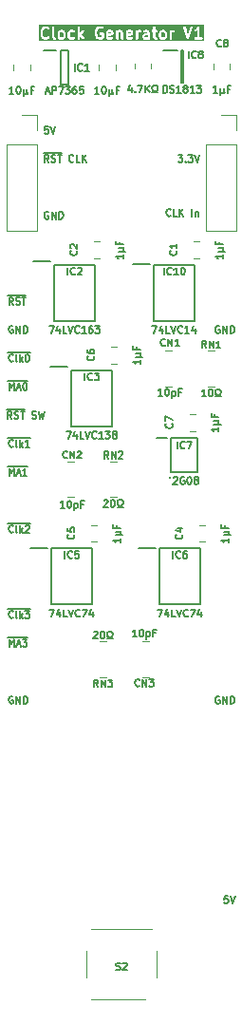
<source format=gto>
%TF.GenerationSoftware,KiCad,Pcbnew,9.0.2*%
%TF.CreationDate,2025-07-03T20:32:23+02:00*%
%TF.ProjectId,Quad MPU Clock Generator,51756164-204d-4505-9520-436c6f636b20,V1*%
%TF.SameCoordinates,Original*%
%TF.FileFunction,Legend,Top*%
%TF.FilePolarity,Positive*%
%FSLAX46Y46*%
G04 Gerber Fmt 4.6, Leading zero omitted, Abs format (unit mm)*
G04 Created by KiCad (PCBNEW 9.0.2) date 2025-07-03 20:32:23*
%MOMM*%
%LPD*%
G01*
G04 APERTURE LIST*
%ADD10C,0.150000*%
%ADD11C,0.200000*%
%ADD12C,0.120000*%
%ADD13C,0.100000*%
G04 APERTURE END LIST*
D10*
X1392874Y-51085963D02*
X1392874Y-50450963D01*
X1392874Y-50450963D02*
X1604541Y-50904534D01*
X1604541Y-50904534D02*
X1816207Y-50450963D01*
X1816207Y-50450963D02*
X1816207Y-51085963D01*
X2088350Y-50904534D02*
X2390731Y-50904534D01*
X2027874Y-51085963D02*
X2239540Y-50450963D01*
X2239540Y-50450963D02*
X2451207Y-51085963D01*
X2602398Y-50450963D02*
X2995493Y-50450963D01*
X2995493Y-50450963D02*
X2783826Y-50692867D01*
X2783826Y-50692867D02*
X2874541Y-50692867D01*
X2874541Y-50692867D02*
X2935017Y-50723105D01*
X2935017Y-50723105D02*
X2965255Y-50753344D01*
X2965255Y-50753344D02*
X2995493Y-50813820D01*
X2995493Y-50813820D02*
X2995493Y-50965010D01*
X2995493Y-50965010D02*
X2965255Y-51025486D01*
X2965255Y-51025486D02*
X2935017Y-51055725D01*
X2935017Y-51055725D02*
X2874541Y-51085963D01*
X2874541Y-51085963D02*
X2693112Y-51085963D01*
X2693112Y-51085963D02*
X2632636Y-51055725D01*
X2632636Y-51055725D02*
X2602398Y-51025486D01*
X1305184Y-50274675D02*
X3052946Y-50274675D01*
X20166887Y-22541201D02*
X20106411Y-22510963D01*
X20106411Y-22510963D02*
X20015697Y-22510963D01*
X20015697Y-22510963D02*
X19924982Y-22541201D01*
X19924982Y-22541201D02*
X19864506Y-22601677D01*
X19864506Y-22601677D02*
X19834268Y-22662153D01*
X19834268Y-22662153D02*
X19804030Y-22783105D01*
X19804030Y-22783105D02*
X19804030Y-22873820D01*
X19804030Y-22873820D02*
X19834268Y-22994772D01*
X19834268Y-22994772D02*
X19864506Y-23055248D01*
X19864506Y-23055248D02*
X19924982Y-23115725D01*
X19924982Y-23115725D02*
X20015697Y-23145963D01*
X20015697Y-23145963D02*
X20076173Y-23145963D01*
X20076173Y-23145963D02*
X20166887Y-23115725D01*
X20166887Y-23115725D02*
X20197125Y-23085486D01*
X20197125Y-23085486D02*
X20197125Y-22873820D01*
X20197125Y-22873820D02*
X20076173Y-22873820D01*
X20469268Y-23145963D02*
X20469268Y-22510963D01*
X20469268Y-22510963D02*
X20832125Y-23145963D01*
X20832125Y-23145963D02*
X20832125Y-22510963D01*
X21134506Y-23145963D02*
X21134506Y-22510963D01*
X21134506Y-22510963D02*
X21285696Y-22510963D01*
X21285696Y-22510963D02*
X21376411Y-22541201D01*
X21376411Y-22541201D02*
X21436887Y-22601677D01*
X21436887Y-22601677D02*
X21467125Y-22662153D01*
X21467125Y-22662153D02*
X21497363Y-22783105D01*
X21497363Y-22783105D02*
X21497363Y-22873820D01*
X21497363Y-22873820D02*
X21467125Y-22994772D01*
X21467125Y-22994772D02*
X21436887Y-23055248D01*
X21436887Y-23055248D02*
X21376411Y-23115725D01*
X21376411Y-23115725D02*
X21285696Y-23145963D01*
X21285696Y-23145963D02*
X21134506Y-23145963D01*
X1755731Y-20605963D02*
X1544064Y-20303582D01*
X1392874Y-20605963D02*
X1392874Y-19970963D01*
X1392874Y-19970963D02*
X1634779Y-19970963D01*
X1634779Y-19970963D02*
X1695255Y-20001201D01*
X1695255Y-20001201D02*
X1725493Y-20031439D01*
X1725493Y-20031439D02*
X1755731Y-20091915D01*
X1755731Y-20091915D02*
X1755731Y-20182629D01*
X1755731Y-20182629D02*
X1725493Y-20243105D01*
X1725493Y-20243105D02*
X1695255Y-20273344D01*
X1695255Y-20273344D02*
X1634779Y-20303582D01*
X1634779Y-20303582D02*
X1392874Y-20303582D01*
X1997636Y-20575725D02*
X2088350Y-20605963D01*
X2088350Y-20605963D02*
X2239541Y-20605963D01*
X2239541Y-20605963D02*
X2300017Y-20575725D01*
X2300017Y-20575725D02*
X2330255Y-20545486D01*
X2330255Y-20545486D02*
X2360493Y-20485010D01*
X2360493Y-20485010D02*
X2360493Y-20424534D01*
X2360493Y-20424534D02*
X2330255Y-20364058D01*
X2330255Y-20364058D02*
X2300017Y-20333820D01*
X2300017Y-20333820D02*
X2239541Y-20303582D01*
X2239541Y-20303582D02*
X2118588Y-20273344D01*
X2118588Y-20273344D02*
X2058112Y-20243105D01*
X2058112Y-20243105D02*
X2027874Y-20212867D01*
X2027874Y-20212867D02*
X1997636Y-20152391D01*
X1997636Y-20152391D02*
X1997636Y-20091915D01*
X1997636Y-20091915D02*
X2027874Y-20031439D01*
X2027874Y-20031439D02*
X2058112Y-20001201D01*
X2058112Y-20001201D02*
X2118588Y-19970963D01*
X2118588Y-19970963D02*
X2269779Y-19970963D01*
X2269779Y-19970963D02*
X2360493Y-20001201D01*
X2541922Y-19970963D02*
X2904779Y-19970963D01*
X2723350Y-20605963D02*
X2723350Y-19970963D01*
X1305184Y-19794675D02*
X2901756Y-19794675D01*
X1392874Y-35845963D02*
X1392874Y-35210963D01*
X1392874Y-35210963D02*
X1604541Y-35664534D01*
X1604541Y-35664534D02*
X1816207Y-35210963D01*
X1816207Y-35210963D02*
X1816207Y-35845963D01*
X2088350Y-35664534D02*
X2390731Y-35664534D01*
X2027874Y-35845963D02*
X2239540Y-35210963D01*
X2239540Y-35210963D02*
X2451207Y-35845963D01*
X2995493Y-35845963D02*
X2632636Y-35845963D01*
X2814064Y-35845963D02*
X2814064Y-35210963D01*
X2814064Y-35210963D02*
X2753588Y-35301677D01*
X2753588Y-35301677D02*
X2693112Y-35362153D01*
X2693112Y-35362153D02*
X2632636Y-35392391D01*
X1305184Y-35034675D02*
X3052946Y-35034675D01*
X1392874Y-28225963D02*
X1392874Y-27590963D01*
X1392874Y-27590963D02*
X1604541Y-28044534D01*
X1604541Y-28044534D02*
X1816207Y-27590963D01*
X1816207Y-27590963D02*
X1816207Y-28225963D01*
X2088350Y-28044534D02*
X2390731Y-28044534D01*
X2027874Y-28225963D02*
X2239540Y-27590963D01*
X2239540Y-27590963D02*
X2451207Y-28225963D01*
X2783826Y-27590963D02*
X2844303Y-27590963D01*
X2844303Y-27590963D02*
X2904779Y-27621201D01*
X2904779Y-27621201D02*
X2935017Y-27651439D01*
X2935017Y-27651439D02*
X2965255Y-27711915D01*
X2965255Y-27711915D02*
X2995493Y-27832867D01*
X2995493Y-27832867D02*
X2995493Y-27984058D01*
X2995493Y-27984058D02*
X2965255Y-28105010D01*
X2965255Y-28105010D02*
X2935017Y-28165486D01*
X2935017Y-28165486D02*
X2904779Y-28195725D01*
X2904779Y-28195725D02*
X2844303Y-28225963D01*
X2844303Y-28225963D02*
X2783826Y-28225963D01*
X2783826Y-28225963D02*
X2723350Y-28195725D01*
X2723350Y-28195725D02*
X2693112Y-28165486D01*
X2693112Y-28165486D02*
X2662874Y-28105010D01*
X2662874Y-28105010D02*
X2632636Y-27984058D01*
X2632636Y-27984058D02*
X2632636Y-27832867D01*
X2632636Y-27832867D02*
X2662874Y-27711915D01*
X2662874Y-27711915D02*
X2693112Y-27651439D01*
X2693112Y-27651439D02*
X2723350Y-27621201D01*
X2723350Y-27621201D02*
X2783826Y-27590963D01*
X1305184Y-27414675D02*
X3052946Y-27414675D01*
D11*
G36*
X6180286Y3640641D02*
G01*
X6204955Y3615973D01*
X6234760Y3556364D01*
X6234760Y3317864D01*
X6204955Y3258254D01*
X6180284Y3233583D01*
X6120678Y3203780D01*
X6025033Y3203780D01*
X5965425Y3233584D01*
X5940756Y3258254D01*
X5910951Y3317864D01*
X5910951Y3556363D01*
X5940756Y3615973D01*
X5965424Y3640642D01*
X6025034Y3670447D01*
X6120677Y3670447D01*
X6180286Y3640641D01*
G37*
G36*
X10498320Y3648291D02*
G01*
X10515770Y3613391D01*
X10244285Y3559094D01*
X10244285Y3603982D01*
X10266440Y3648292D01*
X10310749Y3670447D01*
X10454011Y3670447D01*
X10498320Y3648291D01*
G37*
G36*
X12260225Y3648291D02*
G01*
X12277675Y3613391D01*
X12006190Y3559094D01*
X12006190Y3603982D01*
X12028345Y3648292D01*
X12072654Y3670447D01*
X12215916Y3670447D01*
X12260225Y3648291D01*
G37*
G36*
X13758571Y3213202D02*
G01*
X13739727Y3203780D01*
X13548844Y3203780D01*
X13504536Y3225934D01*
X13482381Y3270245D01*
X13482381Y3318268D01*
X13504536Y3362578D01*
X13548845Y3384733D01*
X13758571Y3384733D01*
X13758571Y3213202D01*
G37*
G36*
X15227907Y3640641D02*
G01*
X15252576Y3615973D01*
X15282381Y3556364D01*
X15282381Y3317864D01*
X15252576Y3258254D01*
X15227905Y3233583D01*
X15168299Y3203780D01*
X15072654Y3203780D01*
X15013046Y3233584D01*
X14988377Y3258254D01*
X14958572Y3317864D01*
X14958572Y3556363D01*
X14988377Y3615973D01*
X15013045Y3640642D01*
X15072655Y3670447D01*
X15168298Y3670447D01*
X15227907Y3640641D01*
G37*
G36*
X18782048Y2892669D02*
G01*
X4076030Y2892669D01*
X4076030Y3675209D01*
X4187141Y3675209D01*
X4187141Y3532352D01*
X4187476Y3528949D01*
X4187259Y3527491D01*
X4188338Y3520193D01*
X4189062Y3512843D01*
X4189626Y3511479D01*
X4190127Y3508098D01*
X4237746Y3317623D01*
X4238259Y3316185D01*
X4238311Y3315463D01*
X4241419Y3307338D01*
X4244341Y3299162D01*
X4244771Y3298581D01*
X4245317Y3297155D01*
X4292936Y3201917D01*
X4298221Y3193520D01*
X4299232Y3191081D01*
X4301485Y3188334D01*
X4303379Y3185327D01*
X4305373Y3183597D01*
X4311668Y3175927D01*
X4406906Y3080689D01*
X4422060Y3068253D01*
X4425378Y3066878D01*
X4428093Y3064524D01*
X4445994Y3056532D01*
X4588851Y3008912D01*
X4598523Y3006712D01*
X4600965Y3005701D01*
X4604502Y3005352D01*
X4607966Y3004565D01*
X4610600Y3004752D01*
X4620474Y3003780D01*
X4715712Y3003780D01*
X4725585Y3004752D01*
X4728220Y3004565D01*
X4731683Y3005352D01*
X4735221Y3005701D01*
X4737662Y3006712D01*
X4747335Y3008912D01*
X4890193Y3056532D01*
X4908093Y3064524D01*
X4910807Y3066878D01*
X4914126Y3068253D01*
X4929280Y3080689D01*
X4976898Y3128308D01*
X4989335Y3143461D01*
X5004266Y3179510D01*
X5004266Y3218528D01*
X4989335Y3254576D01*
X4961745Y3282166D01*
X4925697Y3297097D01*
X4886679Y3297097D01*
X4850630Y3282166D01*
X4835477Y3269729D01*
X4804549Y3238802D01*
X4699485Y3203780D01*
X4636702Y3203780D01*
X4531636Y3238802D01*
X4464564Y3305874D01*
X4429111Y3376780D01*
X4387141Y3544662D01*
X4387141Y3662899D01*
X4429111Y3830780D01*
X4464564Y3901686D01*
X4531636Y3968758D01*
X4636700Y4003780D01*
X4699485Y4003780D01*
X4804550Y3968758D01*
X4835477Y3937832D01*
X4850630Y3925395D01*
X4886679Y3910464D01*
X4925697Y3910464D01*
X4961745Y3925395D01*
X4989335Y3952985D01*
X5004266Y3989033D01*
X5004266Y4028051D01*
X4989335Y4064100D01*
X4976898Y4079253D01*
X4952372Y4103780D01*
X5234760Y4103780D01*
X5234760Y3246638D01*
X5236681Y3227129D01*
X5238056Y3223808D01*
X5238311Y3220225D01*
X5245317Y3201917D01*
X5292936Y3106679D01*
X5294988Y3103418D01*
X5295502Y3101878D01*
X5297165Y3099960D01*
X5303379Y3090089D01*
X5312851Y3081873D01*
X5321067Y3072401D01*
X5330938Y3066187D01*
X5332856Y3064524D01*
X5334396Y3064010D01*
X5337657Y3061958D01*
X5432895Y3014338D01*
X5451204Y3007331D01*
X5490124Y3004565D01*
X5527140Y3016903D01*
X5556617Y3042468D01*
X5574066Y3077366D01*
X5576832Y3116286D01*
X5564494Y3153302D01*
X5538930Y3182779D01*
X5522339Y3193222D01*
X5456915Y3225934D01*
X5434760Y3270245D01*
X5434760Y3579971D01*
X5710951Y3579971D01*
X5710951Y3294257D01*
X5712872Y3274748D01*
X5714247Y3271427D01*
X5714502Y3267844D01*
X5721508Y3249536D01*
X5769127Y3154298D01*
X5774412Y3145901D01*
X5775423Y3143462D01*
X5777676Y3140715D01*
X5779570Y3137708D01*
X5781564Y3135978D01*
X5787859Y3128308D01*
X5835478Y3080690D01*
X5843147Y3074395D01*
X5844877Y3072401D01*
X5847881Y3070509D01*
X5850631Y3068253D01*
X5853074Y3067241D01*
X5861467Y3061958D01*
X5956705Y3014338D01*
X5975014Y3007331D01*
X5978597Y3007076D01*
X5981918Y3005701D01*
X6001427Y3003780D01*
X6144284Y3003780D01*
X6163793Y3005701D01*
X6167112Y3007076D01*
X6170698Y3007331D01*
X6189006Y3014338D01*
X6284244Y3061958D01*
X6292639Y3067242D01*
X6295079Y3068253D01*
X6297824Y3070506D01*
X6300835Y3072401D01*
X6302566Y3074397D01*
X6310233Y3080689D01*
X6357851Y3128308D01*
X6364143Y3135974D01*
X6366141Y3137707D01*
X6368034Y3140715D01*
X6370288Y3143461D01*
X6371298Y3145901D01*
X6376584Y3154298D01*
X6424203Y3249535D01*
X6431209Y3267844D01*
X6431463Y3271427D01*
X6432839Y3274748D01*
X6434760Y3294257D01*
X6434760Y3579971D01*
X6615713Y3579971D01*
X6615713Y3294257D01*
X6617634Y3274748D01*
X6619009Y3271427D01*
X6619264Y3267844D01*
X6626270Y3249536D01*
X6673889Y3154298D01*
X6679174Y3145901D01*
X6680185Y3143462D01*
X6682438Y3140715D01*
X6684332Y3137708D01*
X6686326Y3135978D01*
X6692621Y3128308D01*
X6740240Y3080690D01*
X6747909Y3074395D01*
X6749639Y3072401D01*
X6752643Y3070509D01*
X6755393Y3068253D01*
X6757836Y3067241D01*
X6766229Y3061958D01*
X6861467Y3014338D01*
X6879776Y3007331D01*
X6883359Y3007076D01*
X6886680Y3005701D01*
X6906189Y3003780D01*
X7096665Y3003780D01*
X7116174Y3005701D01*
X7119493Y3007076D01*
X7123079Y3007331D01*
X7141387Y3014338D01*
X7236625Y3061958D01*
X7253216Y3072401D01*
X7278780Y3101878D01*
X7291118Y3138894D01*
X7288352Y3177814D01*
X7270903Y3212712D01*
X7241426Y3238277D01*
X7204410Y3250615D01*
X7165490Y3247849D01*
X7147181Y3240842D01*
X7073059Y3203780D01*
X6929795Y3203780D01*
X6870187Y3233584D01*
X6845518Y3258254D01*
X6815713Y3317864D01*
X6815713Y3556363D01*
X6845518Y3615973D01*
X6870186Y3640642D01*
X6929796Y3670447D01*
X7073058Y3670447D01*
X7147181Y3633385D01*
X7165490Y3626379D01*
X7204410Y3623613D01*
X7241426Y3635952D01*
X7270903Y3661517D01*
X7288352Y3696415D01*
X7291117Y3735335D01*
X7278779Y3772351D01*
X7253214Y3801828D01*
X7236624Y3812271D01*
X7141386Y3859890D01*
X7123078Y3866896D01*
X7119494Y3867150D01*
X7116174Y3868526D01*
X7096665Y3870447D01*
X6906189Y3870447D01*
X6886680Y3868526D01*
X6883359Y3867150D01*
X6879776Y3866896D01*
X6861467Y3859890D01*
X6766230Y3812271D01*
X6757833Y3806985D01*
X6755393Y3805975D01*
X6752647Y3803721D01*
X6749639Y3801828D01*
X6747906Y3799830D01*
X6740240Y3793538D01*
X6692621Y3745920D01*
X6686326Y3738249D01*
X6684332Y3736520D01*
X6682438Y3733512D01*
X6680185Y3730766D01*
X6679174Y3728326D01*
X6673889Y3719930D01*
X6626270Y3624692D01*
X6619264Y3606384D01*
X6619009Y3602800D01*
X6617634Y3599480D01*
X6615713Y3579971D01*
X6434760Y3579971D01*
X6432839Y3599480D01*
X6431463Y3602800D01*
X6431209Y3606384D01*
X6424203Y3624693D01*
X6376584Y3719930D01*
X6371298Y3728326D01*
X6370288Y3730767D01*
X6368034Y3733512D01*
X6366141Y3736521D01*
X6364143Y3738253D01*
X6357851Y3745920D01*
X6310233Y3793539D01*
X6302562Y3799833D01*
X6300833Y3801828D01*
X6297825Y3803721D01*
X6295079Y3805975D01*
X6292639Y3806985D01*
X6284243Y3812271D01*
X6189005Y3859890D01*
X6170697Y3866896D01*
X6167113Y3867150D01*
X6163793Y3868526D01*
X6144284Y3870447D01*
X6001427Y3870447D01*
X5981918Y3868526D01*
X5978597Y3867150D01*
X5975014Y3866896D01*
X5956705Y3859890D01*
X5861468Y3812271D01*
X5853071Y3806985D01*
X5850631Y3805975D01*
X5847885Y3803721D01*
X5844877Y3801828D01*
X5843144Y3799830D01*
X5835478Y3793538D01*
X5787859Y3745920D01*
X5781564Y3738249D01*
X5779570Y3736520D01*
X5777676Y3733512D01*
X5775423Y3730766D01*
X5774412Y3728326D01*
X5769127Y3719930D01*
X5721508Y3624692D01*
X5714502Y3606384D01*
X5714247Y3602800D01*
X5712872Y3599480D01*
X5710951Y3579971D01*
X5434760Y3579971D01*
X5434760Y4103780D01*
X7520475Y4103780D01*
X7520475Y3103780D01*
X7522396Y3084271D01*
X7537328Y3048223D01*
X7564918Y3020633D01*
X7600966Y3005701D01*
X7639984Y3005701D01*
X7676032Y3020633D01*
X7703622Y3048223D01*
X7718554Y3084271D01*
X7720475Y3103780D01*
X7720475Y3311716D01*
X7921427Y3043780D01*
X7934669Y3029325D01*
X7968244Y3009446D01*
X8006870Y3003928D01*
X8044667Y3013611D01*
X8075882Y3037022D01*
X8095761Y3070596D01*
X8101279Y3109222D01*
X8091596Y3147020D01*
X8081427Y3163780D01*
X7847750Y3475349D01*
X8047610Y3675209D01*
X9044285Y3675209D01*
X9044285Y3532352D01*
X9044620Y3528949D01*
X9044403Y3527491D01*
X9045482Y3520193D01*
X9046206Y3512843D01*
X9046770Y3511479D01*
X9047271Y3508098D01*
X9094890Y3317623D01*
X9095403Y3316185D01*
X9095455Y3315463D01*
X9098563Y3307338D01*
X9101485Y3299162D01*
X9101915Y3298581D01*
X9102461Y3297155D01*
X9150080Y3201917D01*
X9155365Y3193520D01*
X9156376Y3191081D01*
X9158629Y3188334D01*
X9160523Y3185327D01*
X9162517Y3183597D01*
X9168812Y3175927D01*
X9264050Y3080689D01*
X9279204Y3068253D01*
X9282522Y3066878D01*
X9285237Y3064524D01*
X9303138Y3056532D01*
X9445995Y3008912D01*
X9455667Y3006712D01*
X9458109Y3005701D01*
X9461646Y3005352D01*
X9465110Y3004565D01*
X9467744Y3004752D01*
X9477618Y3003780D01*
X9572856Y3003780D01*
X9582729Y3004752D01*
X9585364Y3004565D01*
X9588827Y3005352D01*
X9592365Y3005701D01*
X9594806Y3006712D01*
X9604479Y3008912D01*
X9747337Y3056532D01*
X9765237Y3064524D01*
X9767951Y3066878D01*
X9771270Y3068253D01*
X9786424Y3080689D01*
X9834042Y3128308D01*
X9846479Y3143461D01*
X9853231Y3159762D01*
X9861411Y3179510D01*
X9863332Y3199019D01*
X9863332Y3532352D01*
X9861411Y3551861D01*
X9846479Y3587909D01*
X9818889Y3615499D01*
X9789700Y3627590D01*
X10044285Y3627590D01*
X10044285Y3246638D01*
X10046206Y3227129D01*
X10047581Y3223808D01*
X10047836Y3220225D01*
X10054842Y3201917D01*
X10102461Y3106679D01*
X10104513Y3103418D01*
X10105027Y3101878D01*
X10106690Y3099960D01*
X10112904Y3090089D01*
X10122376Y3081873D01*
X10130592Y3072401D01*
X10140463Y3066187D01*
X10142381Y3064524D01*
X10143921Y3064010D01*
X10147182Y3061958D01*
X10242420Y3014338D01*
X10260729Y3007331D01*
X10264312Y3007076D01*
X10267633Y3005701D01*
X10287142Y3003780D01*
X10477618Y3003780D01*
X10497127Y3005701D01*
X10500446Y3007076D01*
X10504032Y3007331D01*
X10522340Y3014338D01*
X10617578Y3061958D01*
X10634169Y3072401D01*
X10659733Y3101878D01*
X10672071Y3138894D01*
X10669305Y3177814D01*
X10651856Y3212712D01*
X10622379Y3238277D01*
X10585363Y3250615D01*
X10546443Y3247849D01*
X10528134Y3240842D01*
X10454012Y3203780D01*
X10310748Y3203780D01*
X10266440Y3225934D01*
X10244285Y3270245D01*
X10244285Y3355133D01*
X10639981Y3434273D01*
X10639984Y3434273D01*
X10639986Y3434274D01*
X10640086Y3434294D01*
X10658840Y3440004D01*
X10666980Y3445455D01*
X10676032Y3449205D01*
X10683033Y3456206D01*
X10691259Y3461715D01*
X10696693Y3469866D01*
X10703622Y3476795D01*
X10707411Y3485942D01*
X10712903Y3494180D01*
X10714804Y3503790D01*
X10718554Y3512843D01*
X10720475Y3532352D01*
X10720475Y3627590D01*
X10718554Y3647099D01*
X10717178Y3650419D01*
X10716924Y3654003D01*
X10709918Y3672312D01*
X10662299Y3767549D01*
X10660474Y3770447D01*
X10949047Y3770447D01*
X10949047Y3103780D01*
X10950968Y3084271D01*
X10965900Y3048223D01*
X10993490Y3020633D01*
X11029538Y3005701D01*
X11068556Y3005701D01*
X11104604Y3020633D01*
X11132194Y3048223D01*
X11147126Y3084271D01*
X11149047Y3103780D01*
X11149047Y3633787D01*
X11155901Y3640642D01*
X11215511Y3670447D01*
X11311154Y3670447D01*
X11355463Y3648291D01*
X11377618Y3603983D01*
X11377618Y3103780D01*
X11379539Y3084271D01*
X11394471Y3048223D01*
X11422061Y3020633D01*
X11458109Y3005701D01*
X11497127Y3005701D01*
X11533175Y3020633D01*
X11560765Y3048223D01*
X11575697Y3084271D01*
X11577618Y3103780D01*
X11577618Y3627590D01*
X11806190Y3627590D01*
X11806190Y3246638D01*
X11808111Y3227129D01*
X11809486Y3223808D01*
X11809741Y3220225D01*
X11816747Y3201917D01*
X11864366Y3106679D01*
X11866418Y3103418D01*
X11866932Y3101878D01*
X11868595Y3099960D01*
X11874809Y3090089D01*
X11884281Y3081873D01*
X11892497Y3072401D01*
X11902368Y3066187D01*
X11904286Y3064524D01*
X11905826Y3064010D01*
X11909087Y3061958D01*
X12004325Y3014338D01*
X12022634Y3007331D01*
X12026217Y3007076D01*
X12029538Y3005701D01*
X12049047Y3003780D01*
X12239523Y3003780D01*
X12259032Y3005701D01*
X12262351Y3007076D01*
X12265937Y3007331D01*
X12284245Y3014338D01*
X12379483Y3061958D01*
X12396074Y3072401D01*
X12421638Y3101878D01*
X12433976Y3138894D01*
X12431210Y3177814D01*
X12413761Y3212712D01*
X12384284Y3238277D01*
X12347268Y3250615D01*
X12308348Y3247849D01*
X12290039Y3240842D01*
X12215917Y3203780D01*
X12072653Y3203780D01*
X12028345Y3225934D01*
X12006190Y3270245D01*
X12006190Y3355133D01*
X12401886Y3434273D01*
X12401889Y3434273D01*
X12401891Y3434274D01*
X12401991Y3434294D01*
X12420745Y3440004D01*
X12428885Y3445455D01*
X12437937Y3449205D01*
X12444938Y3456206D01*
X12453164Y3461715D01*
X12458598Y3469866D01*
X12465527Y3476795D01*
X12469316Y3485942D01*
X12474808Y3494180D01*
X12476709Y3503790D01*
X12480459Y3512843D01*
X12482380Y3532352D01*
X12482380Y3627590D01*
X12480459Y3647099D01*
X12479083Y3650419D01*
X12478829Y3654003D01*
X12471823Y3672312D01*
X12424204Y3767549D01*
X12422379Y3770447D01*
X12710952Y3770447D01*
X12710952Y3103780D01*
X12712873Y3084271D01*
X12727805Y3048223D01*
X12755395Y3020633D01*
X12791443Y3005701D01*
X12830461Y3005701D01*
X12866509Y3020633D01*
X12894099Y3048223D01*
X12909031Y3084271D01*
X12910952Y3103780D01*
X12910952Y3341876D01*
X13282381Y3341876D01*
X13282381Y3246638D01*
X13284302Y3227129D01*
X13285677Y3223808D01*
X13285932Y3220225D01*
X13292938Y3201917D01*
X13340557Y3106679D01*
X13342609Y3103418D01*
X13343123Y3101878D01*
X13344786Y3099960D01*
X13351000Y3090089D01*
X13360472Y3081873D01*
X13368688Y3072401D01*
X13378559Y3066187D01*
X13380477Y3064524D01*
X13382017Y3064010D01*
X13385278Y3061958D01*
X13480516Y3014338D01*
X13498825Y3007331D01*
X13502408Y3007076D01*
X13505729Y3005701D01*
X13525238Y3003780D01*
X13763333Y3003780D01*
X13782842Y3005701D01*
X13786161Y3007076D01*
X13789747Y3007331D01*
X13808055Y3014338D01*
X13812656Y3016638D01*
X13839062Y3005701D01*
X13878080Y3005701D01*
X13914128Y3020633D01*
X13941718Y3048223D01*
X13956650Y3084271D01*
X13958571Y3103780D01*
X13958571Y3627590D01*
X13956650Y3647099D01*
X13955274Y3650419D01*
X13955020Y3654003D01*
X13948014Y3672312D01*
X13900395Y3767549D01*
X13898340Y3770812D01*
X13897828Y3772351D01*
X13896166Y3774266D01*
X13889952Y3784140D01*
X13883245Y3789956D01*
X14093826Y3789956D01*
X14093826Y3750938D01*
X14108758Y3714890D01*
X14136348Y3687300D01*
X14172396Y3672368D01*
X14191905Y3670447D01*
X14234762Y3670447D01*
X14234762Y3246638D01*
X14236683Y3227129D01*
X14238058Y3223808D01*
X14238313Y3220225D01*
X14245319Y3201917D01*
X14292938Y3106679D01*
X14294990Y3103418D01*
X14295504Y3101878D01*
X14297167Y3099960D01*
X14303381Y3090089D01*
X14312853Y3081873D01*
X14321069Y3072401D01*
X14330940Y3066187D01*
X14332858Y3064524D01*
X14334398Y3064010D01*
X14337659Y3061958D01*
X14432897Y3014338D01*
X14451206Y3007331D01*
X14454789Y3007076D01*
X14458110Y3005701D01*
X14477619Y3003780D01*
X14572857Y3003780D01*
X14592366Y3005701D01*
X14628414Y3020633D01*
X14656004Y3048223D01*
X14670936Y3084271D01*
X14670936Y3123289D01*
X14656004Y3159337D01*
X14628414Y3186927D01*
X14592366Y3201859D01*
X14572857Y3203780D01*
X14501225Y3203780D01*
X14456917Y3225934D01*
X14434762Y3270245D01*
X14434762Y3579971D01*
X14758572Y3579971D01*
X14758572Y3294257D01*
X14760493Y3274748D01*
X14761868Y3271427D01*
X14762123Y3267844D01*
X14769129Y3249536D01*
X14816748Y3154298D01*
X14822033Y3145901D01*
X14823044Y3143462D01*
X14825297Y3140715D01*
X14827191Y3137708D01*
X14829185Y3135978D01*
X14835480Y3128308D01*
X14883099Y3080690D01*
X14890768Y3074395D01*
X14892498Y3072401D01*
X14895502Y3070509D01*
X14898252Y3068253D01*
X14900695Y3067241D01*
X14909088Y3061958D01*
X15004326Y3014338D01*
X15022635Y3007331D01*
X15026218Y3007076D01*
X15029539Y3005701D01*
X15049048Y3003780D01*
X15191905Y3003780D01*
X15211414Y3005701D01*
X15214733Y3007076D01*
X15218319Y3007331D01*
X15236627Y3014338D01*
X15331865Y3061958D01*
X15340260Y3067242D01*
X15342700Y3068253D01*
X15345445Y3070506D01*
X15348456Y3072401D01*
X15350187Y3074397D01*
X15357854Y3080689D01*
X15405472Y3128308D01*
X15411764Y3135974D01*
X15413762Y3137707D01*
X15415655Y3140715D01*
X15417909Y3143461D01*
X15418919Y3145901D01*
X15424205Y3154298D01*
X15471824Y3249535D01*
X15478830Y3267844D01*
X15479084Y3271427D01*
X15480460Y3274748D01*
X15482381Y3294257D01*
X15482381Y3579971D01*
X15480460Y3599480D01*
X15479084Y3602800D01*
X15478830Y3606384D01*
X15471824Y3624693D01*
X15424205Y3719930D01*
X15418919Y3728326D01*
X15417909Y3730767D01*
X15415655Y3733512D01*
X15413762Y3736521D01*
X15411764Y3738253D01*
X15405472Y3745920D01*
X15380946Y3770447D01*
X15710953Y3770447D01*
X15710953Y3103780D01*
X15712874Y3084271D01*
X15727806Y3048223D01*
X15755396Y3020633D01*
X15791444Y3005701D01*
X15830462Y3005701D01*
X15866510Y3020633D01*
X15894100Y3048223D01*
X15909032Y3084271D01*
X15910953Y3103780D01*
X15910953Y3556363D01*
X15940758Y3615973D01*
X15965426Y3640642D01*
X16025036Y3670447D01*
X16096667Y3670447D01*
X16116176Y3672368D01*
X16152224Y3687300D01*
X16179814Y3714890D01*
X16194746Y3750938D01*
X16194746Y3789956D01*
X16179814Y3826004D01*
X16152224Y3853594D01*
X16116176Y3868526D01*
X16096667Y3870447D01*
X16001429Y3870447D01*
X15981920Y3868526D01*
X15978599Y3867150D01*
X15975016Y3866896D01*
X15956707Y3859890D01*
X15892378Y3827725D01*
X15866510Y3853594D01*
X15830462Y3868526D01*
X15791444Y3868526D01*
X15755396Y3853594D01*
X15727806Y3826004D01*
X15712874Y3789956D01*
X15710953Y3770447D01*
X15380946Y3770447D01*
X15357854Y3793539D01*
X15350183Y3799833D01*
X15348454Y3801828D01*
X15345446Y3803721D01*
X15342700Y3805975D01*
X15340260Y3806985D01*
X15331864Y3812271D01*
X15236626Y3859890D01*
X15218318Y3866896D01*
X15214734Y3867150D01*
X15211414Y3868526D01*
X15191905Y3870447D01*
X15049048Y3870447D01*
X15029539Y3868526D01*
X15026218Y3867150D01*
X15022635Y3866896D01*
X15004326Y3859890D01*
X14909089Y3812271D01*
X14900692Y3806985D01*
X14898252Y3805975D01*
X14895506Y3803721D01*
X14892498Y3801828D01*
X14890765Y3799830D01*
X14883099Y3793538D01*
X14835480Y3745920D01*
X14829185Y3738249D01*
X14827191Y3736520D01*
X14825297Y3733512D01*
X14823044Y3730766D01*
X14822033Y3728326D01*
X14816748Y3719930D01*
X14769129Y3624692D01*
X14762123Y3606384D01*
X14761868Y3602800D01*
X14760493Y3599480D01*
X14758572Y3579971D01*
X14434762Y3579971D01*
X14434762Y3670447D01*
X14572857Y3670447D01*
X14592366Y3672368D01*
X14628414Y3687300D01*
X14656004Y3714890D01*
X14670936Y3750938D01*
X14670936Y3789956D01*
X14656004Y3826004D01*
X14628414Y3853594D01*
X14592366Y3868526D01*
X14572857Y3870447D01*
X14434762Y3870447D01*
X14434762Y4091273D01*
X16949834Y4091273D01*
X16954181Y4072157D01*
X17287514Y3072158D01*
X17295505Y3054257D01*
X17300188Y3048857D01*
X17303383Y3042468D01*
X17312854Y3034252D01*
X17321070Y3024781D01*
X17327458Y3021586D01*
X17332859Y3016903D01*
X17344760Y3012935D01*
X17355969Y3007332D01*
X17363093Y3006825D01*
X17369875Y3004565D01*
X17382384Y3005454D01*
X17394889Y3004565D01*
X17401667Y3006824D01*
X17408795Y3007331D01*
X17420011Y3012939D01*
X17431905Y3016904D01*
X17437302Y3021584D01*
X17443694Y3024781D01*
X17451912Y3034256D01*
X17461381Y3042469D01*
X17464574Y3048855D01*
X17469259Y3054257D01*
X17477250Y3072157D01*
X17730055Y3830573D01*
X17902215Y3830573D01*
X17904981Y3791653D01*
X17922430Y3756754D01*
X17951907Y3731190D01*
X17988923Y3718851D01*
X18027843Y3721617D01*
X18046151Y3728623D01*
X18141389Y3776242D01*
X18149785Y3781527D01*
X18152225Y3782538D01*
X18154971Y3784791D01*
X18157979Y3786685D01*
X18159708Y3788679D01*
X18167379Y3794974D01*
X18187144Y3814739D01*
X18187144Y3203780D01*
X18001430Y3203780D01*
X17981921Y3201859D01*
X17945873Y3186927D01*
X17918283Y3159337D01*
X17903351Y3123289D01*
X17903351Y3084271D01*
X17918283Y3048223D01*
X17945873Y3020633D01*
X17981921Y3005701D01*
X18001430Y3003780D01*
X18572858Y3003780D01*
X18592367Y3005701D01*
X18628415Y3020633D01*
X18656005Y3048223D01*
X18670937Y3084271D01*
X18670937Y3123289D01*
X18656005Y3159337D01*
X18628415Y3186927D01*
X18592367Y3201859D01*
X18572858Y3203780D01*
X18387144Y3203780D01*
X18387144Y4103780D01*
X18387137Y4103850D01*
X18387144Y4103885D01*
X18387123Y4103986D01*
X18385223Y4123289D01*
X18381433Y4132437D01*
X18379492Y4142145D01*
X18374040Y4150285D01*
X18370291Y4159337D01*
X18363291Y4166336D01*
X18357781Y4174565D01*
X18349626Y4180001D01*
X18342701Y4186927D01*
X18333557Y4190714D01*
X18325316Y4196209D01*
X18315702Y4198110D01*
X18306653Y4201859D01*
X18296752Y4201859D01*
X18287040Y4203780D01*
X18277435Y4201859D01*
X18267635Y4201859D01*
X18258486Y4198069D01*
X18248779Y4196128D01*
X18240638Y4190676D01*
X18231587Y4186927D01*
X18224587Y4179927D01*
X18216359Y4174417D01*
X18204070Y4159410D01*
X18203997Y4159337D01*
X18203983Y4159304D01*
X18203939Y4159250D01*
X18114195Y4024634D01*
X18037431Y3947870D01*
X17956709Y3907509D01*
X17940118Y3897066D01*
X17914554Y3867589D01*
X17902215Y3830573D01*
X17730055Y3830573D01*
X17810583Y4072157D01*
X17814930Y4091272D01*
X17812164Y4130192D01*
X17794714Y4165091D01*
X17765238Y4190656D01*
X17728222Y4202995D01*
X17689302Y4200228D01*
X17654403Y4182779D01*
X17628838Y4153303D01*
X17620847Y4135402D01*
X17382382Y3420007D01*
X17143917Y4135403D01*
X17135926Y4153303D01*
X17110361Y4182779D01*
X17075462Y4200229D01*
X17036542Y4202995D01*
X16999526Y4190657D01*
X16970050Y4165092D01*
X16952600Y4130193D01*
X16949834Y4091273D01*
X14434762Y4091273D01*
X14434762Y4103780D01*
X14432841Y4123289D01*
X14417909Y4159337D01*
X14390319Y4186927D01*
X14354271Y4201859D01*
X14315253Y4201859D01*
X14279205Y4186927D01*
X14251615Y4159337D01*
X14236683Y4123289D01*
X14234762Y4103780D01*
X14234762Y3870447D01*
X14191905Y3870447D01*
X14172396Y3868526D01*
X14136348Y3853594D01*
X14108758Y3826004D01*
X14093826Y3789956D01*
X13883245Y3789956D01*
X13880476Y3792357D01*
X13872263Y3801828D01*
X13862391Y3808041D01*
X13860475Y3809704D01*
X13858936Y3810217D01*
X13855673Y3812271D01*
X13760435Y3859890D01*
X13742127Y3866896D01*
X13738543Y3867150D01*
X13735223Y3868526D01*
X13715714Y3870447D01*
X13525238Y3870447D01*
X13505729Y3868526D01*
X13502408Y3867150D01*
X13498825Y3866896D01*
X13480516Y3859890D01*
X13385279Y3812271D01*
X13368688Y3801828D01*
X13343124Y3772351D01*
X13330785Y3735335D01*
X13333551Y3696415D01*
X13351000Y3661516D01*
X13380477Y3635952D01*
X13417493Y3623613D01*
X13456413Y3626379D01*
X13474721Y3633385D01*
X13548845Y3670447D01*
X13692107Y3670447D01*
X13736416Y3648291D01*
X13758571Y3603983D01*
X13758571Y3594155D01*
X13739726Y3584733D01*
X13525238Y3584733D01*
X13505729Y3582812D01*
X13502408Y3581436D01*
X13498825Y3581182D01*
X13480516Y3574176D01*
X13385279Y3526557D01*
X13382015Y3524502D01*
X13380477Y3523990D01*
X13378561Y3522328D01*
X13368688Y3516114D01*
X13360470Y3506638D01*
X13351000Y3498425D01*
X13344786Y3488553D01*
X13343124Y3486637D01*
X13342610Y3485098D01*
X13340557Y3481835D01*
X13292938Y3386597D01*
X13285932Y3368289D01*
X13285677Y3364705D01*
X13284302Y3361385D01*
X13282381Y3341876D01*
X12910952Y3341876D01*
X12910952Y3556363D01*
X12940757Y3615973D01*
X12965425Y3640642D01*
X13025035Y3670447D01*
X13096666Y3670447D01*
X13116175Y3672368D01*
X13152223Y3687300D01*
X13179813Y3714890D01*
X13194745Y3750938D01*
X13194745Y3789956D01*
X13179813Y3826004D01*
X13152223Y3853594D01*
X13116175Y3868526D01*
X13096666Y3870447D01*
X13001428Y3870447D01*
X12981919Y3868526D01*
X12978598Y3867150D01*
X12975015Y3866896D01*
X12956706Y3859890D01*
X12892377Y3827725D01*
X12866509Y3853594D01*
X12830461Y3868526D01*
X12791443Y3868526D01*
X12755395Y3853594D01*
X12727805Y3826004D01*
X12712873Y3789956D01*
X12710952Y3770447D01*
X12422379Y3770447D01*
X12422149Y3770812D01*
X12421637Y3772351D01*
X12419975Y3774266D01*
X12413761Y3784140D01*
X12404285Y3792357D01*
X12396072Y3801828D01*
X12386200Y3808041D01*
X12384284Y3809704D01*
X12382745Y3810217D01*
X12379482Y3812271D01*
X12284244Y3859890D01*
X12265936Y3866896D01*
X12262352Y3867150D01*
X12259032Y3868526D01*
X12239523Y3870447D01*
X12049047Y3870447D01*
X12029538Y3868526D01*
X12026217Y3867150D01*
X12022634Y3866896D01*
X12004325Y3859890D01*
X11909088Y3812271D01*
X11905824Y3810216D01*
X11904286Y3809704D01*
X11902370Y3808042D01*
X11892497Y3801828D01*
X11884279Y3792352D01*
X11874809Y3784139D01*
X11868595Y3774267D01*
X11866933Y3772351D01*
X11866419Y3770812D01*
X11864366Y3767549D01*
X11816747Y3672311D01*
X11809741Y3654003D01*
X11809486Y3650419D01*
X11808111Y3647099D01*
X11806190Y3627590D01*
X11577618Y3627590D01*
X11575697Y3647099D01*
X11574321Y3650419D01*
X11574067Y3654003D01*
X11567061Y3672312D01*
X11519442Y3767549D01*
X11517387Y3770812D01*
X11516875Y3772351D01*
X11515213Y3774266D01*
X11508999Y3784140D01*
X11499523Y3792357D01*
X11491310Y3801828D01*
X11481438Y3808041D01*
X11479522Y3809704D01*
X11477983Y3810217D01*
X11474720Y3812271D01*
X11379482Y3859890D01*
X11361174Y3866896D01*
X11357590Y3867150D01*
X11354270Y3868526D01*
X11334761Y3870447D01*
X11191904Y3870447D01*
X11172395Y3868526D01*
X11169074Y3867150D01*
X11165491Y3866896D01*
X11147182Y3859890D01*
X11114599Y3843598D01*
X11104604Y3853594D01*
X11068556Y3868526D01*
X11029538Y3868526D01*
X10993490Y3853594D01*
X10965900Y3826004D01*
X10950968Y3789956D01*
X10949047Y3770447D01*
X10660474Y3770447D01*
X10660244Y3770812D01*
X10659732Y3772351D01*
X10658070Y3774266D01*
X10651856Y3784140D01*
X10642380Y3792357D01*
X10634167Y3801828D01*
X10624295Y3808041D01*
X10622379Y3809704D01*
X10620840Y3810217D01*
X10617577Y3812271D01*
X10522339Y3859890D01*
X10504031Y3866896D01*
X10500447Y3867150D01*
X10497127Y3868526D01*
X10477618Y3870447D01*
X10287142Y3870447D01*
X10267633Y3868526D01*
X10264312Y3867150D01*
X10260729Y3866896D01*
X10242420Y3859890D01*
X10147183Y3812271D01*
X10143919Y3810216D01*
X10142381Y3809704D01*
X10140465Y3808042D01*
X10130592Y3801828D01*
X10122374Y3792352D01*
X10112904Y3784139D01*
X10106690Y3774267D01*
X10105028Y3772351D01*
X10104514Y3770812D01*
X10102461Y3767549D01*
X10054842Y3672311D01*
X10047836Y3654003D01*
X10047581Y3650419D01*
X10046206Y3647099D01*
X10044285Y3627590D01*
X9789700Y3627590D01*
X9782841Y3630431D01*
X9763332Y3632352D01*
X9572856Y3632352D01*
X9553347Y3630431D01*
X9517299Y3615499D01*
X9489709Y3587909D01*
X9474777Y3551861D01*
X9474777Y3512843D01*
X9489709Y3476795D01*
X9517299Y3449205D01*
X9553347Y3434273D01*
X9572856Y3432352D01*
X9663332Y3432352D01*
X9663332Y3240440D01*
X9661693Y3238802D01*
X9556629Y3203780D01*
X9493846Y3203780D01*
X9388780Y3238802D01*
X9321708Y3305874D01*
X9286255Y3376780D01*
X9244285Y3544662D01*
X9244285Y3662899D01*
X9286255Y3830780D01*
X9321708Y3901686D01*
X9388780Y3968758D01*
X9493844Y4003780D01*
X9596868Y4003780D01*
X9670991Y3966718D01*
X9689300Y3959712D01*
X9728220Y3956946D01*
X9765236Y3969285D01*
X9794713Y3994850D01*
X9812162Y4029748D01*
X9814927Y4068668D01*
X9802589Y4105684D01*
X9777024Y4135161D01*
X9760434Y4145604D01*
X9665196Y4193223D01*
X9646888Y4200229D01*
X9643304Y4200483D01*
X9639984Y4201859D01*
X9620475Y4203780D01*
X9477618Y4203780D01*
X9467744Y4202807D01*
X9465110Y4202995D01*
X9461646Y4202207D01*
X9458109Y4201859D01*
X9455667Y4200847D01*
X9445995Y4198648D01*
X9303138Y4151029D01*
X9285238Y4143038D01*
X9282522Y4140682D01*
X9279204Y4139308D01*
X9264050Y4126872D01*
X9168812Y4031634D01*
X9162517Y4023963D01*
X9160523Y4022234D01*
X9158629Y4019226D01*
X9156376Y4016480D01*
X9155365Y4014040D01*
X9150080Y4005644D01*
X9102461Y3910406D01*
X9101915Y3908979D01*
X9101485Y3908399D01*
X9098563Y3900222D01*
X9095455Y3892098D01*
X9095403Y3891375D01*
X9094890Y3889938D01*
X9047271Y3699463D01*
X9046770Y3696081D01*
X9046206Y3694718D01*
X9045482Y3687367D01*
X9044403Y3680070D01*
X9044620Y3678611D01*
X9044285Y3675209D01*
X8047610Y3675209D01*
X8072137Y3699736D01*
X8084574Y3714889D01*
X8099505Y3750938D01*
X8099505Y3789956D01*
X8084574Y3826004D01*
X8056984Y3853594D01*
X8020936Y3868525D01*
X7981918Y3868525D01*
X7945869Y3853594D01*
X7930716Y3841157D01*
X7720475Y3630916D01*
X7720475Y4103780D01*
X7718554Y4123289D01*
X7703622Y4159337D01*
X7676032Y4186927D01*
X7639984Y4201859D01*
X7600966Y4201859D01*
X7564918Y4186927D01*
X7537328Y4159337D01*
X7522396Y4123289D01*
X7520475Y4103780D01*
X5434760Y4103780D01*
X5432839Y4123289D01*
X5417907Y4159337D01*
X5390317Y4186927D01*
X5354269Y4201859D01*
X5315251Y4201859D01*
X5279203Y4186927D01*
X5251613Y4159337D01*
X5236681Y4123289D01*
X5234760Y4103780D01*
X4952372Y4103780D01*
X4929280Y4126872D01*
X4914126Y4139308D01*
X4910807Y4140682D01*
X4908092Y4143038D01*
X4890191Y4151029D01*
X4747335Y4198648D01*
X4737663Y4200847D01*
X4735221Y4201859D01*
X4731682Y4202207D01*
X4728219Y4202995D01*
X4725585Y4202807D01*
X4715712Y4203780D01*
X4620474Y4203780D01*
X4610600Y4202807D01*
X4607966Y4202995D01*
X4604502Y4202207D01*
X4600965Y4201859D01*
X4598523Y4200847D01*
X4588851Y4198648D01*
X4445994Y4151029D01*
X4428094Y4143038D01*
X4425378Y4140682D01*
X4422060Y4139308D01*
X4406906Y4126872D01*
X4311668Y4031634D01*
X4305373Y4023963D01*
X4303379Y4022234D01*
X4301485Y4019226D01*
X4299232Y4016480D01*
X4298221Y4014040D01*
X4292936Y4005644D01*
X4245317Y3910406D01*
X4244771Y3908979D01*
X4244341Y3908399D01*
X4241419Y3900222D01*
X4238311Y3892098D01*
X4238259Y3891375D01*
X4237746Y3889938D01*
X4190127Y3699463D01*
X4189626Y3696081D01*
X4189062Y3694718D01*
X4188338Y3687367D01*
X4187259Y3680070D01*
X4187476Y3678611D01*
X4187141Y3675209D01*
X4076030Y3675209D01*
X4076030Y4314891D01*
X18782048Y4314891D01*
X18782048Y2892669D01*
G37*
D10*
X1755731Y-48485486D02*
X1725493Y-48515725D01*
X1725493Y-48515725D02*
X1634779Y-48545963D01*
X1634779Y-48545963D02*
X1574303Y-48545963D01*
X1574303Y-48545963D02*
X1483588Y-48515725D01*
X1483588Y-48515725D02*
X1423112Y-48455248D01*
X1423112Y-48455248D02*
X1392874Y-48394772D01*
X1392874Y-48394772D02*
X1362636Y-48273820D01*
X1362636Y-48273820D02*
X1362636Y-48183105D01*
X1362636Y-48183105D02*
X1392874Y-48062153D01*
X1392874Y-48062153D02*
X1423112Y-48001677D01*
X1423112Y-48001677D02*
X1483588Y-47941201D01*
X1483588Y-47941201D02*
X1574303Y-47910963D01*
X1574303Y-47910963D02*
X1634779Y-47910963D01*
X1634779Y-47910963D02*
X1725493Y-47941201D01*
X1725493Y-47941201D02*
X1755731Y-47971439D01*
X2118588Y-48545963D02*
X2058112Y-48515725D01*
X2058112Y-48515725D02*
X2027874Y-48455248D01*
X2027874Y-48455248D02*
X2027874Y-47910963D01*
X2360493Y-48545963D02*
X2360493Y-47910963D01*
X2420969Y-48304058D02*
X2602398Y-48545963D01*
X2602398Y-48122629D02*
X2360493Y-48364534D01*
X2814065Y-47910963D02*
X3207160Y-47910963D01*
X3207160Y-47910963D02*
X2995493Y-48152867D01*
X2995493Y-48152867D02*
X3086208Y-48152867D01*
X3086208Y-48152867D02*
X3146684Y-48183105D01*
X3146684Y-48183105D02*
X3176922Y-48213344D01*
X3176922Y-48213344D02*
X3207160Y-48273820D01*
X3207160Y-48273820D02*
X3207160Y-48425010D01*
X3207160Y-48425010D02*
X3176922Y-48485486D01*
X3176922Y-48485486D02*
X3146684Y-48515725D01*
X3146684Y-48515725D02*
X3086208Y-48545963D01*
X3086208Y-48545963D02*
X2904779Y-48545963D01*
X2904779Y-48545963D02*
X2844303Y-48515725D01*
X2844303Y-48515725D02*
X2814065Y-48485486D01*
X1305184Y-47734675D02*
X3264613Y-47734675D01*
X4900493Y-12381201D02*
X4840017Y-12350963D01*
X4840017Y-12350963D02*
X4749303Y-12350963D01*
X4749303Y-12350963D02*
X4658588Y-12381201D01*
X4658588Y-12381201D02*
X4598112Y-12441677D01*
X4598112Y-12441677D02*
X4567874Y-12502153D01*
X4567874Y-12502153D02*
X4537636Y-12623105D01*
X4537636Y-12623105D02*
X4537636Y-12713820D01*
X4537636Y-12713820D02*
X4567874Y-12834772D01*
X4567874Y-12834772D02*
X4598112Y-12895248D01*
X4598112Y-12895248D02*
X4658588Y-12955725D01*
X4658588Y-12955725D02*
X4749303Y-12985963D01*
X4749303Y-12985963D02*
X4809779Y-12985963D01*
X4809779Y-12985963D02*
X4900493Y-12955725D01*
X4900493Y-12955725D02*
X4930731Y-12925486D01*
X4930731Y-12925486D02*
X4930731Y-12713820D01*
X4930731Y-12713820D02*
X4809779Y-12713820D01*
X5202874Y-12985963D02*
X5202874Y-12350963D01*
X5202874Y-12350963D02*
X5565731Y-12985963D01*
X5565731Y-12985963D02*
X5565731Y-12350963D01*
X5868112Y-12985963D02*
X5868112Y-12350963D01*
X5868112Y-12350963D02*
X6019302Y-12350963D01*
X6019302Y-12350963D02*
X6110017Y-12381201D01*
X6110017Y-12381201D02*
X6170493Y-12441677D01*
X6170493Y-12441677D02*
X6200731Y-12502153D01*
X6200731Y-12502153D02*
X6230969Y-12623105D01*
X6230969Y-12623105D02*
X6230969Y-12713820D01*
X6230969Y-12713820D02*
X6200731Y-12834772D01*
X6200731Y-12834772D02*
X6170493Y-12895248D01*
X6170493Y-12895248D02*
X6110017Y-12955725D01*
X6110017Y-12955725D02*
X6019302Y-12985963D01*
X6019302Y-12985963D02*
X5868112Y-12985963D01*
X1755731Y-40865486D02*
X1725493Y-40895725D01*
X1725493Y-40895725D02*
X1634779Y-40925963D01*
X1634779Y-40925963D02*
X1574303Y-40925963D01*
X1574303Y-40925963D02*
X1483588Y-40895725D01*
X1483588Y-40895725D02*
X1423112Y-40835248D01*
X1423112Y-40835248D02*
X1392874Y-40774772D01*
X1392874Y-40774772D02*
X1362636Y-40653820D01*
X1362636Y-40653820D02*
X1362636Y-40563105D01*
X1362636Y-40563105D02*
X1392874Y-40442153D01*
X1392874Y-40442153D02*
X1423112Y-40381677D01*
X1423112Y-40381677D02*
X1483588Y-40321201D01*
X1483588Y-40321201D02*
X1574303Y-40290963D01*
X1574303Y-40290963D02*
X1634779Y-40290963D01*
X1634779Y-40290963D02*
X1725493Y-40321201D01*
X1725493Y-40321201D02*
X1755731Y-40351439D01*
X2118588Y-40925963D02*
X2058112Y-40895725D01*
X2058112Y-40895725D02*
X2027874Y-40835248D01*
X2027874Y-40835248D02*
X2027874Y-40290963D01*
X2360493Y-40925963D02*
X2360493Y-40290963D01*
X2420969Y-40684058D02*
X2602398Y-40925963D01*
X2602398Y-40502629D02*
X2360493Y-40744534D01*
X2844303Y-40351439D02*
X2874541Y-40321201D01*
X2874541Y-40321201D02*
X2935017Y-40290963D01*
X2935017Y-40290963D02*
X3086208Y-40290963D01*
X3086208Y-40290963D02*
X3146684Y-40321201D01*
X3146684Y-40321201D02*
X3176922Y-40351439D01*
X3176922Y-40351439D02*
X3207160Y-40411915D01*
X3207160Y-40411915D02*
X3207160Y-40472391D01*
X3207160Y-40472391D02*
X3176922Y-40563105D01*
X3176922Y-40563105D02*
X2814065Y-40925963D01*
X2814065Y-40925963D02*
X3207160Y-40925963D01*
X1305184Y-40114675D02*
X3264613Y-40114675D01*
X1725493Y-55561201D02*
X1665017Y-55530963D01*
X1665017Y-55530963D02*
X1574303Y-55530963D01*
X1574303Y-55530963D02*
X1483588Y-55561201D01*
X1483588Y-55561201D02*
X1423112Y-55621677D01*
X1423112Y-55621677D02*
X1392874Y-55682153D01*
X1392874Y-55682153D02*
X1362636Y-55803105D01*
X1362636Y-55803105D02*
X1362636Y-55893820D01*
X1362636Y-55893820D02*
X1392874Y-56014772D01*
X1392874Y-56014772D02*
X1423112Y-56075248D01*
X1423112Y-56075248D02*
X1483588Y-56135725D01*
X1483588Y-56135725D02*
X1574303Y-56165963D01*
X1574303Y-56165963D02*
X1634779Y-56165963D01*
X1634779Y-56165963D02*
X1725493Y-56135725D01*
X1725493Y-56135725D02*
X1755731Y-56105486D01*
X1755731Y-56105486D02*
X1755731Y-55893820D01*
X1755731Y-55893820D02*
X1634779Y-55893820D01*
X2027874Y-56165963D02*
X2027874Y-55530963D01*
X2027874Y-55530963D02*
X2390731Y-56165963D01*
X2390731Y-56165963D02*
X2390731Y-55530963D01*
X2693112Y-56165963D02*
X2693112Y-55530963D01*
X2693112Y-55530963D02*
X2844302Y-55530963D01*
X2844302Y-55530963D02*
X2935017Y-55561201D01*
X2935017Y-55561201D02*
X2995493Y-55621677D01*
X2995493Y-55621677D02*
X3025731Y-55682153D01*
X3025731Y-55682153D02*
X3055969Y-55803105D01*
X3055969Y-55803105D02*
X3055969Y-55893820D01*
X3055969Y-55893820D02*
X3025731Y-56014772D01*
X3025731Y-56014772D02*
X2995493Y-56075248D01*
X2995493Y-56075248D02*
X2935017Y-56135725D01*
X2935017Y-56135725D02*
X2844302Y-56165963D01*
X2844302Y-56165963D02*
X2693112Y-56165963D01*
X1725493Y-22541201D02*
X1665017Y-22510963D01*
X1665017Y-22510963D02*
X1574303Y-22510963D01*
X1574303Y-22510963D02*
X1483588Y-22541201D01*
X1483588Y-22541201D02*
X1423112Y-22601677D01*
X1423112Y-22601677D02*
X1392874Y-22662153D01*
X1392874Y-22662153D02*
X1362636Y-22783105D01*
X1362636Y-22783105D02*
X1362636Y-22873820D01*
X1362636Y-22873820D02*
X1392874Y-22994772D01*
X1392874Y-22994772D02*
X1423112Y-23055248D01*
X1423112Y-23055248D02*
X1483588Y-23115725D01*
X1483588Y-23115725D02*
X1574303Y-23145963D01*
X1574303Y-23145963D02*
X1634779Y-23145963D01*
X1634779Y-23145963D02*
X1725493Y-23115725D01*
X1725493Y-23115725D02*
X1755731Y-23085486D01*
X1755731Y-23085486D02*
X1755731Y-22873820D01*
X1755731Y-22873820D02*
X1634779Y-22873820D01*
X2027874Y-23145963D02*
X2027874Y-22510963D01*
X2027874Y-22510963D02*
X2390731Y-23145963D01*
X2390731Y-23145963D02*
X2390731Y-22510963D01*
X2693112Y-23145963D02*
X2693112Y-22510963D01*
X2693112Y-22510963D02*
X2844302Y-22510963D01*
X2844302Y-22510963D02*
X2935017Y-22541201D01*
X2935017Y-22541201D02*
X2995493Y-22601677D01*
X2995493Y-22601677D02*
X3025731Y-22662153D01*
X3025731Y-22662153D02*
X3055969Y-22783105D01*
X3055969Y-22783105D02*
X3055969Y-22873820D01*
X3055969Y-22873820D02*
X3025731Y-22994772D01*
X3025731Y-22994772D02*
X2995493Y-23055248D01*
X2995493Y-23055248D02*
X2935017Y-23115725D01*
X2935017Y-23115725D02*
X2844302Y-23145963D01*
X2844302Y-23145963D02*
X2693112Y-23145963D01*
X15812600Y-12671486D02*
X15782362Y-12701725D01*
X15782362Y-12701725D02*
X15691648Y-12731963D01*
X15691648Y-12731963D02*
X15631172Y-12731963D01*
X15631172Y-12731963D02*
X15540457Y-12701725D01*
X15540457Y-12701725D02*
X15479981Y-12641248D01*
X15479981Y-12641248D02*
X15449743Y-12580772D01*
X15449743Y-12580772D02*
X15419505Y-12459820D01*
X15419505Y-12459820D02*
X15419505Y-12369105D01*
X15419505Y-12369105D02*
X15449743Y-12248153D01*
X15449743Y-12248153D02*
X15479981Y-12187677D01*
X15479981Y-12187677D02*
X15540457Y-12127201D01*
X15540457Y-12127201D02*
X15631172Y-12096963D01*
X15631172Y-12096963D02*
X15691648Y-12096963D01*
X15691648Y-12096963D02*
X15782362Y-12127201D01*
X15782362Y-12127201D02*
X15812600Y-12157439D01*
X16387124Y-12731963D02*
X16084743Y-12731963D01*
X16084743Y-12731963D02*
X16084743Y-12096963D01*
X16598791Y-12731963D02*
X16598791Y-12096963D01*
X16961648Y-12731963D02*
X16689505Y-12369105D01*
X16961648Y-12096963D02*
X16598791Y-12459820D01*
X17717601Y-12731963D02*
X17717601Y-12096963D01*
X18019982Y-12308629D02*
X18019982Y-12731963D01*
X18019982Y-12369105D02*
X18050220Y-12338867D01*
X18050220Y-12338867D02*
X18110696Y-12308629D01*
X18110696Y-12308629D02*
X18201411Y-12308629D01*
X18201411Y-12308629D02*
X18261887Y-12338867D01*
X18261887Y-12338867D02*
X18292125Y-12399344D01*
X18292125Y-12399344D02*
X18292125Y-12731963D01*
X4870255Y-4730963D02*
X4567874Y-4730963D01*
X4567874Y-4730963D02*
X4537636Y-5033344D01*
X4537636Y-5033344D02*
X4567874Y-5003105D01*
X4567874Y-5003105D02*
X4628350Y-4972867D01*
X4628350Y-4972867D02*
X4779541Y-4972867D01*
X4779541Y-4972867D02*
X4840017Y-5003105D01*
X4840017Y-5003105D02*
X4870255Y-5033344D01*
X4870255Y-5033344D02*
X4900493Y-5093820D01*
X4900493Y-5093820D02*
X4900493Y-5245010D01*
X4900493Y-5245010D02*
X4870255Y-5305486D01*
X4870255Y-5305486D02*
X4840017Y-5335725D01*
X4840017Y-5335725D02*
X4779541Y-5365963D01*
X4779541Y-5365963D02*
X4628350Y-5365963D01*
X4628350Y-5365963D02*
X4567874Y-5335725D01*
X4567874Y-5335725D02*
X4537636Y-5305486D01*
X5081922Y-4730963D02*
X5293588Y-5365963D01*
X5293588Y-5365963D02*
X5505255Y-4730963D01*
X16477839Y-7270963D02*
X16870934Y-7270963D01*
X16870934Y-7270963D02*
X16659267Y-7512867D01*
X16659267Y-7512867D02*
X16749982Y-7512867D01*
X16749982Y-7512867D02*
X16810458Y-7543105D01*
X16810458Y-7543105D02*
X16840696Y-7573344D01*
X16840696Y-7573344D02*
X16870934Y-7633820D01*
X16870934Y-7633820D02*
X16870934Y-7785010D01*
X16870934Y-7785010D02*
X16840696Y-7845486D01*
X16840696Y-7845486D02*
X16810458Y-7875725D01*
X16810458Y-7875725D02*
X16749982Y-7905963D01*
X16749982Y-7905963D02*
X16568553Y-7905963D01*
X16568553Y-7905963D02*
X16508077Y-7875725D01*
X16508077Y-7875725D02*
X16477839Y-7845486D01*
X17143077Y-7845486D02*
X17173315Y-7875725D01*
X17173315Y-7875725D02*
X17143077Y-7905963D01*
X17143077Y-7905963D02*
X17112839Y-7875725D01*
X17112839Y-7875725D02*
X17143077Y-7845486D01*
X17143077Y-7845486D02*
X17143077Y-7905963D01*
X17384982Y-7270963D02*
X17778077Y-7270963D01*
X17778077Y-7270963D02*
X17566410Y-7512867D01*
X17566410Y-7512867D02*
X17657125Y-7512867D01*
X17657125Y-7512867D02*
X17717601Y-7543105D01*
X17717601Y-7543105D02*
X17747839Y-7573344D01*
X17747839Y-7573344D02*
X17778077Y-7633820D01*
X17778077Y-7633820D02*
X17778077Y-7785010D01*
X17778077Y-7785010D02*
X17747839Y-7845486D01*
X17747839Y-7845486D02*
X17717601Y-7875725D01*
X17717601Y-7875725D02*
X17657125Y-7905963D01*
X17657125Y-7905963D02*
X17475696Y-7905963D01*
X17475696Y-7905963D02*
X17415220Y-7875725D01*
X17415220Y-7875725D02*
X17384982Y-7845486D01*
X17959506Y-7270963D02*
X18171172Y-7905963D01*
X18171172Y-7905963D02*
X18382839Y-7270963D01*
X1628731Y-30765963D02*
X1417064Y-30463582D01*
X1265874Y-30765963D02*
X1265874Y-30130963D01*
X1265874Y-30130963D02*
X1507779Y-30130963D01*
X1507779Y-30130963D02*
X1568255Y-30161201D01*
X1568255Y-30161201D02*
X1598493Y-30191439D01*
X1598493Y-30191439D02*
X1628731Y-30251915D01*
X1628731Y-30251915D02*
X1628731Y-30342629D01*
X1628731Y-30342629D02*
X1598493Y-30403105D01*
X1598493Y-30403105D02*
X1568255Y-30433344D01*
X1568255Y-30433344D02*
X1507779Y-30463582D01*
X1507779Y-30463582D02*
X1265874Y-30463582D01*
X1870636Y-30735725D02*
X1961350Y-30765963D01*
X1961350Y-30765963D02*
X2112541Y-30765963D01*
X2112541Y-30765963D02*
X2173017Y-30735725D01*
X2173017Y-30735725D02*
X2203255Y-30705486D01*
X2203255Y-30705486D02*
X2233493Y-30645010D01*
X2233493Y-30645010D02*
X2233493Y-30584534D01*
X2233493Y-30584534D02*
X2203255Y-30524058D01*
X2203255Y-30524058D02*
X2173017Y-30493820D01*
X2173017Y-30493820D02*
X2112541Y-30463582D01*
X2112541Y-30463582D02*
X1991588Y-30433344D01*
X1991588Y-30433344D02*
X1931112Y-30403105D01*
X1931112Y-30403105D02*
X1900874Y-30372867D01*
X1900874Y-30372867D02*
X1870636Y-30312391D01*
X1870636Y-30312391D02*
X1870636Y-30251915D01*
X1870636Y-30251915D02*
X1900874Y-30191439D01*
X1900874Y-30191439D02*
X1931112Y-30161201D01*
X1931112Y-30161201D02*
X1991588Y-30130963D01*
X1991588Y-30130963D02*
X2142779Y-30130963D01*
X2142779Y-30130963D02*
X2233493Y-30161201D01*
X2414922Y-30130963D02*
X2777779Y-30130963D01*
X2596350Y-30765963D02*
X2596350Y-30130963D01*
X1178184Y-29954675D02*
X2774756Y-29954675D01*
X3443018Y-30735725D02*
X3533732Y-30765963D01*
X3533732Y-30765963D02*
X3684923Y-30765963D01*
X3684923Y-30765963D02*
X3745399Y-30735725D01*
X3745399Y-30735725D02*
X3775637Y-30705486D01*
X3775637Y-30705486D02*
X3805875Y-30645010D01*
X3805875Y-30645010D02*
X3805875Y-30584534D01*
X3805875Y-30584534D02*
X3775637Y-30524058D01*
X3775637Y-30524058D02*
X3745399Y-30493820D01*
X3745399Y-30493820D02*
X3684923Y-30463582D01*
X3684923Y-30463582D02*
X3563970Y-30433344D01*
X3563970Y-30433344D02*
X3503494Y-30403105D01*
X3503494Y-30403105D02*
X3473256Y-30372867D01*
X3473256Y-30372867D02*
X3443018Y-30312391D01*
X3443018Y-30312391D02*
X3443018Y-30251915D01*
X3443018Y-30251915D02*
X3473256Y-30191439D01*
X3473256Y-30191439D02*
X3503494Y-30161201D01*
X3503494Y-30161201D02*
X3563970Y-30130963D01*
X3563970Y-30130963D02*
X3715161Y-30130963D01*
X3715161Y-30130963D02*
X3805875Y-30161201D01*
X4017542Y-30130963D02*
X4168732Y-30765963D01*
X4168732Y-30765963D02*
X4289685Y-30312391D01*
X4289685Y-30312391D02*
X4410637Y-30765963D01*
X4410637Y-30765963D02*
X4561828Y-30130963D01*
X20166887Y-55561201D02*
X20106411Y-55530963D01*
X20106411Y-55530963D02*
X20015697Y-55530963D01*
X20015697Y-55530963D02*
X19924982Y-55561201D01*
X19924982Y-55561201D02*
X19864506Y-55621677D01*
X19864506Y-55621677D02*
X19834268Y-55682153D01*
X19834268Y-55682153D02*
X19804030Y-55803105D01*
X19804030Y-55803105D02*
X19804030Y-55893820D01*
X19804030Y-55893820D02*
X19834268Y-56014772D01*
X19834268Y-56014772D02*
X19864506Y-56075248D01*
X19864506Y-56075248D02*
X19924982Y-56135725D01*
X19924982Y-56135725D02*
X20015697Y-56165963D01*
X20015697Y-56165963D02*
X20076173Y-56165963D01*
X20076173Y-56165963D02*
X20166887Y-56135725D01*
X20166887Y-56135725D02*
X20197125Y-56105486D01*
X20197125Y-56105486D02*
X20197125Y-55893820D01*
X20197125Y-55893820D02*
X20076173Y-55893820D01*
X20469268Y-56165963D02*
X20469268Y-55530963D01*
X20469268Y-55530963D02*
X20832125Y-56165963D01*
X20832125Y-56165963D02*
X20832125Y-55530963D01*
X21134506Y-56165963D02*
X21134506Y-55530963D01*
X21134506Y-55530963D02*
X21285696Y-55530963D01*
X21285696Y-55530963D02*
X21376411Y-55561201D01*
X21376411Y-55561201D02*
X21436887Y-55621677D01*
X21436887Y-55621677D02*
X21467125Y-55682153D01*
X21467125Y-55682153D02*
X21497363Y-55803105D01*
X21497363Y-55803105D02*
X21497363Y-55893820D01*
X21497363Y-55893820D02*
X21467125Y-56014772D01*
X21467125Y-56014772D02*
X21436887Y-56075248D01*
X21436887Y-56075248D02*
X21376411Y-56135725D01*
X21376411Y-56135725D02*
X21285696Y-56165963D01*
X21285696Y-56165963D02*
X21134506Y-56165963D01*
X4930731Y-7905963D02*
X4719064Y-7603582D01*
X4567874Y-7905963D02*
X4567874Y-7270963D01*
X4567874Y-7270963D02*
X4809779Y-7270963D01*
X4809779Y-7270963D02*
X4870255Y-7301201D01*
X4870255Y-7301201D02*
X4900493Y-7331439D01*
X4900493Y-7331439D02*
X4930731Y-7391915D01*
X4930731Y-7391915D02*
X4930731Y-7482629D01*
X4930731Y-7482629D02*
X4900493Y-7543105D01*
X4900493Y-7543105D02*
X4870255Y-7573344D01*
X4870255Y-7573344D02*
X4809779Y-7603582D01*
X4809779Y-7603582D02*
X4567874Y-7603582D01*
X5172636Y-7875725D02*
X5263350Y-7905963D01*
X5263350Y-7905963D02*
X5414541Y-7905963D01*
X5414541Y-7905963D02*
X5475017Y-7875725D01*
X5475017Y-7875725D02*
X5505255Y-7845486D01*
X5505255Y-7845486D02*
X5535493Y-7785010D01*
X5535493Y-7785010D02*
X5535493Y-7724534D01*
X5535493Y-7724534D02*
X5505255Y-7664058D01*
X5505255Y-7664058D02*
X5475017Y-7633820D01*
X5475017Y-7633820D02*
X5414541Y-7603582D01*
X5414541Y-7603582D02*
X5293588Y-7573344D01*
X5293588Y-7573344D02*
X5233112Y-7543105D01*
X5233112Y-7543105D02*
X5202874Y-7512867D01*
X5202874Y-7512867D02*
X5172636Y-7452391D01*
X5172636Y-7452391D02*
X5172636Y-7391915D01*
X5172636Y-7391915D02*
X5202874Y-7331439D01*
X5202874Y-7331439D02*
X5233112Y-7301201D01*
X5233112Y-7301201D02*
X5293588Y-7270963D01*
X5293588Y-7270963D02*
X5444779Y-7270963D01*
X5444779Y-7270963D02*
X5535493Y-7301201D01*
X5716922Y-7270963D02*
X6079779Y-7270963D01*
X5898350Y-7905963D02*
X5898350Y-7270963D01*
X4480184Y-7094675D02*
X6076756Y-7094675D01*
X7138113Y-7845486D02*
X7107875Y-7875725D01*
X7107875Y-7875725D02*
X7017161Y-7905963D01*
X7017161Y-7905963D02*
X6956685Y-7905963D01*
X6956685Y-7905963D02*
X6865970Y-7875725D01*
X6865970Y-7875725D02*
X6805494Y-7815248D01*
X6805494Y-7815248D02*
X6775256Y-7754772D01*
X6775256Y-7754772D02*
X6745018Y-7633820D01*
X6745018Y-7633820D02*
X6745018Y-7543105D01*
X6745018Y-7543105D02*
X6775256Y-7422153D01*
X6775256Y-7422153D02*
X6805494Y-7361677D01*
X6805494Y-7361677D02*
X6865970Y-7301201D01*
X6865970Y-7301201D02*
X6956685Y-7270963D01*
X6956685Y-7270963D02*
X7017161Y-7270963D01*
X7017161Y-7270963D02*
X7107875Y-7301201D01*
X7107875Y-7301201D02*
X7138113Y-7331439D01*
X7712637Y-7905963D02*
X7410256Y-7905963D01*
X7410256Y-7905963D02*
X7410256Y-7270963D01*
X7924304Y-7905963D02*
X7924304Y-7270963D01*
X8287161Y-7905963D02*
X8015018Y-7543105D01*
X8287161Y-7270963D02*
X7924304Y-7633820D01*
X1755731Y-33245486D02*
X1725493Y-33275725D01*
X1725493Y-33275725D02*
X1634779Y-33305963D01*
X1634779Y-33305963D02*
X1574303Y-33305963D01*
X1574303Y-33305963D02*
X1483588Y-33275725D01*
X1483588Y-33275725D02*
X1423112Y-33215248D01*
X1423112Y-33215248D02*
X1392874Y-33154772D01*
X1392874Y-33154772D02*
X1362636Y-33033820D01*
X1362636Y-33033820D02*
X1362636Y-32943105D01*
X1362636Y-32943105D02*
X1392874Y-32822153D01*
X1392874Y-32822153D02*
X1423112Y-32761677D01*
X1423112Y-32761677D02*
X1483588Y-32701201D01*
X1483588Y-32701201D02*
X1574303Y-32670963D01*
X1574303Y-32670963D02*
X1634779Y-32670963D01*
X1634779Y-32670963D02*
X1725493Y-32701201D01*
X1725493Y-32701201D02*
X1755731Y-32731439D01*
X2118588Y-33305963D02*
X2058112Y-33275725D01*
X2058112Y-33275725D02*
X2027874Y-33215248D01*
X2027874Y-33215248D02*
X2027874Y-32670963D01*
X2360493Y-33305963D02*
X2360493Y-32670963D01*
X2420969Y-33064058D02*
X2602398Y-33305963D01*
X2602398Y-32882629D02*
X2360493Y-33124534D01*
X3207160Y-33305963D02*
X2844303Y-33305963D01*
X3025731Y-33305963D02*
X3025731Y-32670963D01*
X3025731Y-32670963D02*
X2965255Y-32761677D01*
X2965255Y-32761677D02*
X2904779Y-32822153D01*
X2904779Y-32822153D02*
X2844303Y-32852391D01*
X1305184Y-32494675D02*
X3264613Y-32494675D01*
X20922839Y-73310963D02*
X20620458Y-73310963D01*
X20620458Y-73310963D02*
X20590220Y-73613344D01*
X20590220Y-73613344D02*
X20620458Y-73583105D01*
X20620458Y-73583105D02*
X20680934Y-73552867D01*
X20680934Y-73552867D02*
X20832125Y-73552867D01*
X20832125Y-73552867D02*
X20892601Y-73583105D01*
X20892601Y-73583105D02*
X20922839Y-73613344D01*
X20922839Y-73613344D02*
X20953077Y-73673820D01*
X20953077Y-73673820D02*
X20953077Y-73825010D01*
X20953077Y-73825010D02*
X20922839Y-73885486D01*
X20922839Y-73885486D02*
X20892601Y-73915725D01*
X20892601Y-73915725D02*
X20832125Y-73945963D01*
X20832125Y-73945963D02*
X20680934Y-73945963D01*
X20680934Y-73945963D02*
X20620458Y-73915725D01*
X20620458Y-73915725D02*
X20590220Y-73885486D01*
X21134506Y-73310963D02*
X21346172Y-73945963D01*
X21346172Y-73945963D02*
X21557839Y-73310963D01*
X1755731Y-25625486D02*
X1725493Y-25655725D01*
X1725493Y-25655725D02*
X1634779Y-25685963D01*
X1634779Y-25685963D02*
X1574303Y-25685963D01*
X1574303Y-25685963D02*
X1483588Y-25655725D01*
X1483588Y-25655725D02*
X1423112Y-25595248D01*
X1423112Y-25595248D02*
X1392874Y-25534772D01*
X1392874Y-25534772D02*
X1362636Y-25413820D01*
X1362636Y-25413820D02*
X1362636Y-25323105D01*
X1362636Y-25323105D02*
X1392874Y-25202153D01*
X1392874Y-25202153D02*
X1423112Y-25141677D01*
X1423112Y-25141677D02*
X1483588Y-25081201D01*
X1483588Y-25081201D02*
X1574303Y-25050963D01*
X1574303Y-25050963D02*
X1634779Y-25050963D01*
X1634779Y-25050963D02*
X1725493Y-25081201D01*
X1725493Y-25081201D02*
X1755731Y-25111439D01*
X2118588Y-25685963D02*
X2058112Y-25655725D01*
X2058112Y-25655725D02*
X2027874Y-25595248D01*
X2027874Y-25595248D02*
X2027874Y-25050963D01*
X2360493Y-25685963D02*
X2360493Y-25050963D01*
X2420969Y-25444058D02*
X2602398Y-25685963D01*
X2602398Y-25262629D02*
X2360493Y-25504534D01*
X2995493Y-25050963D02*
X3055970Y-25050963D01*
X3055970Y-25050963D02*
X3116446Y-25081201D01*
X3116446Y-25081201D02*
X3146684Y-25111439D01*
X3146684Y-25111439D02*
X3176922Y-25171915D01*
X3176922Y-25171915D02*
X3207160Y-25292867D01*
X3207160Y-25292867D02*
X3207160Y-25444058D01*
X3207160Y-25444058D02*
X3176922Y-25565010D01*
X3176922Y-25565010D02*
X3146684Y-25625486D01*
X3146684Y-25625486D02*
X3116446Y-25655725D01*
X3116446Y-25655725D02*
X3055970Y-25685963D01*
X3055970Y-25685963D02*
X2995493Y-25685963D01*
X2995493Y-25685963D02*
X2935017Y-25655725D01*
X2935017Y-25655725D02*
X2904779Y-25625486D01*
X2904779Y-25625486D02*
X2874541Y-25565010D01*
X2874541Y-25565010D02*
X2844303Y-25444058D01*
X2844303Y-25444058D02*
X2844303Y-25292867D01*
X2844303Y-25292867D02*
X2874541Y-25171915D01*
X2874541Y-25171915D02*
X2904779Y-25111439D01*
X2904779Y-25111439D02*
X2935017Y-25081201D01*
X2935017Y-25081201D02*
X2995493Y-25050963D01*
X1305184Y-24874675D02*
X3264613Y-24874675D01*
X7421486Y-15826833D02*
X7451725Y-15857071D01*
X7451725Y-15857071D02*
X7481963Y-15947785D01*
X7481963Y-15947785D02*
X7481963Y-16008261D01*
X7481963Y-16008261D02*
X7451725Y-16098976D01*
X7451725Y-16098976D02*
X7391248Y-16159452D01*
X7391248Y-16159452D02*
X7330772Y-16189690D01*
X7330772Y-16189690D02*
X7209820Y-16219928D01*
X7209820Y-16219928D02*
X7119105Y-16219928D01*
X7119105Y-16219928D02*
X6998153Y-16189690D01*
X6998153Y-16189690D02*
X6937677Y-16159452D01*
X6937677Y-16159452D02*
X6877201Y-16098976D01*
X6877201Y-16098976D02*
X6846963Y-16008261D01*
X6846963Y-16008261D02*
X6846963Y-15947785D01*
X6846963Y-15947785D02*
X6877201Y-15857071D01*
X6877201Y-15857071D02*
X6907439Y-15826833D01*
X6907439Y-15584928D02*
X6877201Y-15554690D01*
X6877201Y-15554690D02*
X6846963Y-15494214D01*
X6846963Y-15494214D02*
X6846963Y-15343023D01*
X6846963Y-15343023D02*
X6877201Y-15282547D01*
X6877201Y-15282547D02*
X6907439Y-15252309D01*
X6907439Y-15252309D02*
X6967915Y-15222071D01*
X6967915Y-15222071D02*
X7028391Y-15222071D01*
X7028391Y-15222071D02*
X7119105Y-15252309D01*
X7119105Y-15252309D02*
X7481963Y-15615166D01*
X7481963Y-15615166D02*
X7481963Y-15222071D01*
X11588963Y-16171333D02*
X11588963Y-16534190D01*
X11588963Y-16352762D02*
X10953963Y-16352762D01*
X10953963Y-16352762D02*
X11044677Y-16413238D01*
X11044677Y-16413238D02*
X11105153Y-16473714D01*
X11105153Y-16473714D02*
X11135391Y-16534190D01*
X11165629Y-15899190D02*
X11800629Y-15899190D01*
X11498248Y-15596809D02*
X11558725Y-15566571D01*
X11558725Y-15566571D02*
X11588963Y-15506095D01*
X11498248Y-15899190D02*
X11558725Y-15868952D01*
X11558725Y-15868952D02*
X11588963Y-15808476D01*
X11588963Y-15808476D02*
X11588963Y-15687523D01*
X11588963Y-15687523D02*
X11558725Y-15627047D01*
X11558725Y-15627047D02*
X11498248Y-15596809D01*
X11498248Y-15596809D02*
X11165629Y-15596809D01*
X11256344Y-15022285D02*
X11256344Y-15233952D01*
X11588963Y-15233952D02*
X10953963Y-15233952D01*
X10953963Y-15233952D02*
X10953963Y-14931571D01*
X7254119Y222036D02*
X7254119Y857036D01*
X7919357Y282513D02*
X7889119Y252275D01*
X7889119Y252275D02*
X7798405Y222036D01*
X7798405Y222036D02*
X7737929Y222036D01*
X7737929Y222036D02*
X7647214Y252275D01*
X7647214Y252275D02*
X7586738Y312751D01*
X7586738Y312751D02*
X7556500Y373227D01*
X7556500Y373227D02*
X7526262Y494179D01*
X7526262Y494179D02*
X7526262Y584894D01*
X7526262Y584894D02*
X7556500Y705846D01*
X7556500Y705846D02*
X7586738Y766322D01*
X7586738Y766322D02*
X7647214Y826798D01*
X7647214Y826798D02*
X7737929Y857036D01*
X7737929Y857036D02*
X7798405Y857036D01*
X7798405Y857036D02*
X7889119Y826798D01*
X7889119Y826798D02*
X7919357Y796560D01*
X8524119Y222036D02*
X8161262Y222036D01*
X8342690Y222036D02*
X8342690Y857036D01*
X8342690Y857036D02*
X8282214Y766322D01*
X8282214Y766322D02*
X8221738Y705846D01*
X8221738Y705846D02*
X8161262Y675608D01*
X4671785Y-1628534D02*
X4974166Y-1628534D01*
X4611309Y-1809963D02*
X4822975Y-1174963D01*
X4822975Y-1174963D02*
X5034642Y-1809963D01*
X5246309Y-1809963D02*
X5246309Y-1174963D01*
X5246309Y-1174963D02*
X5488214Y-1174963D01*
X5488214Y-1174963D02*
X5548690Y-1205201D01*
X5548690Y-1205201D02*
X5578928Y-1235439D01*
X5578928Y-1235439D02*
X5609166Y-1295915D01*
X5609166Y-1295915D02*
X5609166Y-1386629D01*
X5609166Y-1386629D02*
X5578928Y-1447105D01*
X5578928Y-1447105D02*
X5548690Y-1477344D01*
X5548690Y-1477344D02*
X5488214Y-1507582D01*
X5488214Y-1507582D02*
X5246309Y-1507582D01*
X5820833Y-1174963D02*
X6244166Y-1174963D01*
X6244166Y-1174963D02*
X5972023Y-1809963D01*
X6425595Y-1174963D02*
X6818690Y-1174963D01*
X6818690Y-1174963D02*
X6607023Y-1416867D01*
X6607023Y-1416867D02*
X6697738Y-1416867D01*
X6697738Y-1416867D02*
X6758214Y-1447105D01*
X6758214Y-1447105D02*
X6788452Y-1477344D01*
X6788452Y-1477344D02*
X6818690Y-1537820D01*
X6818690Y-1537820D02*
X6818690Y-1689010D01*
X6818690Y-1689010D02*
X6788452Y-1749486D01*
X6788452Y-1749486D02*
X6758214Y-1779725D01*
X6758214Y-1779725D02*
X6697738Y-1809963D01*
X6697738Y-1809963D02*
X6516309Y-1809963D01*
X6516309Y-1809963D02*
X6455833Y-1779725D01*
X6455833Y-1779725D02*
X6425595Y-1749486D01*
X7362976Y-1174963D02*
X7242023Y-1174963D01*
X7242023Y-1174963D02*
X7181547Y-1205201D01*
X7181547Y-1205201D02*
X7151309Y-1235439D01*
X7151309Y-1235439D02*
X7090833Y-1326153D01*
X7090833Y-1326153D02*
X7060595Y-1447105D01*
X7060595Y-1447105D02*
X7060595Y-1689010D01*
X7060595Y-1689010D02*
X7090833Y-1749486D01*
X7090833Y-1749486D02*
X7121071Y-1779725D01*
X7121071Y-1779725D02*
X7181547Y-1809963D01*
X7181547Y-1809963D02*
X7302500Y-1809963D01*
X7302500Y-1809963D02*
X7362976Y-1779725D01*
X7362976Y-1779725D02*
X7393214Y-1749486D01*
X7393214Y-1749486D02*
X7423452Y-1689010D01*
X7423452Y-1689010D02*
X7423452Y-1537820D01*
X7423452Y-1537820D02*
X7393214Y-1477344D01*
X7393214Y-1477344D02*
X7362976Y-1447105D01*
X7362976Y-1447105D02*
X7302500Y-1416867D01*
X7302500Y-1416867D02*
X7181547Y-1416867D01*
X7181547Y-1416867D02*
X7121071Y-1447105D01*
X7121071Y-1447105D02*
X7090833Y-1477344D01*
X7090833Y-1477344D02*
X7060595Y-1537820D01*
X7997976Y-1174963D02*
X7695595Y-1174963D01*
X7695595Y-1174963D02*
X7665357Y-1477344D01*
X7665357Y-1477344D02*
X7695595Y-1447105D01*
X7695595Y-1447105D02*
X7756071Y-1416867D01*
X7756071Y-1416867D02*
X7907262Y-1416867D01*
X7907262Y-1416867D02*
X7967738Y-1447105D01*
X7967738Y-1447105D02*
X7997976Y-1477344D01*
X7997976Y-1477344D02*
X8028214Y-1537820D01*
X8028214Y-1537820D02*
X8028214Y-1689010D01*
X8028214Y-1689010D02*
X7997976Y-1749486D01*
X7997976Y-1749486D02*
X7967738Y-1779725D01*
X7967738Y-1779725D02*
X7907262Y-1809963D01*
X7907262Y-1809963D02*
X7756071Y-1809963D01*
X7756071Y-1809963D02*
X7695595Y-1779725D01*
X7695595Y-1779725D02*
X7665357Y-1749486D01*
X12322024Y-1259629D02*
X12322024Y-1682963D01*
X12170833Y-1017725D02*
X12019643Y-1471296D01*
X12019643Y-1471296D02*
X12412738Y-1471296D01*
X12654643Y-1622486D02*
X12684881Y-1652725D01*
X12684881Y-1652725D02*
X12654643Y-1682963D01*
X12654643Y-1682963D02*
X12624405Y-1652725D01*
X12624405Y-1652725D02*
X12654643Y-1622486D01*
X12654643Y-1622486D02*
X12654643Y-1682963D01*
X12896548Y-1047963D02*
X13319881Y-1047963D01*
X13319881Y-1047963D02*
X13047738Y-1682963D01*
X13561786Y-1682963D02*
X13561786Y-1047963D01*
X13924643Y-1682963D02*
X13652500Y-1320105D01*
X13924643Y-1047963D02*
X13561786Y-1410820D01*
X14166548Y-1682963D02*
X14317738Y-1682963D01*
X14317738Y-1682963D02*
X14317738Y-1562010D01*
X14317738Y-1562010D02*
X14257262Y-1531772D01*
X14257262Y-1531772D02*
X14196786Y-1471296D01*
X14196786Y-1471296D02*
X14166548Y-1380582D01*
X14166548Y-1380582D02*
X14166548Y-1229391D01*
X14166548Y-1229391D02*
X14196786Y-1138677D01*
X14196786Y-1138677D02*
X14257262Y-1078201D01*
X14257262Y-1078201D02*
X14347976Y-1047963D01*
X14347976Y-1047963D02*
X14468929Y-1047963D01*
X14468929Y-1047963D02*
X14559643Y-1078201D01*
X14559643Y-1078201D02*
X14620119Y-1138677D01*
X14620119Y-1138677D02*
X14650357Y-1229391D01*
X14650357Y-1229391D02*
X14650357Y-1380582D01*
X14650357Y-1380582D02*
X14620119Y-1471296D01*
X14620119Y-1471296D02*
X14559643Y-1531772D01*
X14559643Y-1531772D02*
X14499167Y-1562010D01*
X14499167Y-1562010D02*
X14499167Y-1682963D01*
X14499167Y-1682963D02*
X14650357Y-1682963D01*
X8143119Y-27336963D02*
X8143119Y-26701963D01*
X8808357Y-27276486D02*
X8778119Y-27306725D01*
X8778119Y-27306725D02*
X8687405Y-27336963D01*
X8687405Y-27336963D02*
X8626929Y-27336963D01*
X8626929Y-27336963D02*
X8536214Y-27306725D01*
X8536214Y-27306725D02*
X8475738Y-27246248D01*
X8475738Y-27246248D02*
X8445500Y-27185772D01*
X8445500Y-27185772D02*
X8415262Y-27064820D01*
X8415262Y-27064820D02*
X8415262Y-26974105D01*
X8415262Y-26974105D02*
X8445500Y-26853153D01*
X8445500Y-26853153D02*
X8475738Y-26792677D01*
X8475738Y-26792677D02*
X8536214Y-26732201D01*
X8536214Y-26732201D02*
X8626929Y-26701963D01*
X8626929Y-26701963D02*
X8687405Y-26701963D01*
X8687405Y-26701963D02*
X8778119Y-26732201D01*
X8778119Y-26732201D02*
X8808357Y-26762439D01*
X9020024Y-26701963D02*
X9413119Y-26701963D01*
X9413119Y-26701963D02*
X9201452Y-26943867D01*
X9201452Y-26943867D02*
X9292167Y-26943867D01*
X9292167Y-26943867D02*
X9352643Y-26974105D01*
X9352643Y-26974105D02*
X9382881Y-27004344D01*
X9382881Y-27004344D02*
X9413119Y-27064820D01*
X9413119Y-27064820D02*
X9413119Y-27216010D01*
X9413119Y-27216010D02*
X9382881Y-27276486D01*
X9382881Y-27276486D02*
X9352643Y-27306725D01*
X9352643Y-27306725D02*
X9292167Y-27336963D01*
X9292167Y-27336963D02*
X9110738Y-27336963D01*
X9110738Y-27336963D02*
X9050262Y-27306725D01*
X9050262Y-27306725D02*
X9020024Y-27276486D01*
X6495142Y-31908963D02*
X6918475Y-31908963D01*
X6918475Y-31908963D02*
X6646332Y-32543963D01*
X7432523Y-32120629D02*
X7432523Y-32543963D01*
X7281332Y-31878725D02*
X7130142Y-32332296D01*
X7130142Y-32332296D02*
X7523237Y-32332296D01*
X8067523Y-32543963D02*
X7765142Y-32543963D01*
X7765142Y-32543963D02*
X7765142Y-31908963D01*
X8188476Y-31908963D02*
X8400142Y-32543963D01*
X8400142Y-32543963D02*
X8611809Y-31908963D01*
X9186333Y-32483486D02*
X9156095Y-32513725D01*
X9156095Y-32513725D02*
X9065381Y-32543963D01*
X9065381Y-32543963D02*
X9004905Y-32543963D01*
X9004905Y-32543963D02*
X8914190Y-32513725D01*
X8914190Y-32513725D02*
X8853714Y-32453248D01*
X8853714Y-32453248D02*
X8823476Y-32392772D01*
X8823476Y-32392772D02*
X8793238Y-32271820D01*
X8793238Y-32271820D02*
X8793238Y-32181105D01*
X8793238Y-32181105D02*
X8823476Y-32060153D01*
X8823476Y-32060153D02*
X8853714Y-31999677D01*
X8853714Y-31999677D02*
X8914190Y-31939201D01*
X8914190Y-31939201D02*
X9004905Y-31908963D01*
X9004905Y-31908963D02*
X9065381Y-31908963D01*
X9065381Y-31908963D02*
X9156095Y-31939201D01*
X9156095Y-31939201D02*
X9186333Y-31969439D01*
X9791095Y-32543963D02*
X9428238Y-32543963D01*
X9609666Y-32543963D02*
X9609666Y-31908963D01*
X9609666Y-31908963D02*
X9549190Y-31999677D01*
X9549190Y-31999677D02*
X9488714Y-32060153D01*
X9488714Y-32060153D02*
X9428238Y-32090391D01*
X10002762Y-31908963D02*
X10395857Y-31908963D01*
X10395857Y-31908963D02*
X10184190Y-32150867D01*
X10184190Y-32150867D02*
X10274905Y-32150867D01*
X10274905Y-32150867D02*
X10335381Y-32181105D01*
X10335381Y-32181105D02*
X10365619Y-32211344D01*
X10365619Y-32211344D02*
X10395857Y-32271820D01*
X10395857Y-32271820D02*
X10395857Y-32423010D01*
X10395857Y-32423010D02*
X10365619Y-32483486D01*
X10365619Y-32483486D02*
X10335381Y-32513725D01*
X10335381Y-32513725D02*
X10274905Y-32543963D01*
X10274905Y-32543963D02*
X10093476Y-32543963D01*
X10093476Y-32543963D02*
X10033000Y-32513725D01*
X10033000Y-32513725D02*
X10002762Y-32483486D01*
X10758714Y-32181105D02*
X10698238Y-32150867D01*
X10698238Y-32150867D02*
X10668000Y-32120629D01*
X10668000Y-32120629D02*
X10637762Y-32060153D01*
X10637762Y-32060153D02*
X10637762Y-32029915D01*
X10637762Y-32029915D02*
X10668000Y-31969439D01*
X10668000Y-31969439D02*
X10698238Y-31939201D01*
X10698238Y-31939201D02*
X10758714Y-31908963D01*
X10758714Y-31908963D02*
X10879667Y-31908963D01*
X10879667Y-31908963D02*
X10940143Y-31939201D01*
X10940143Y-31939201D02*
X10970381Y-31969439D01*
X10970381Y-31969439D02*
X11000619Y-32029915D01*
X11000619Y-32029915D02*
X11000619Y-32060153D01*
X11000619Y-32060153D02*
X10970381Y-32120629D01*
X10970381Y-32120629D02*
X10940143Y-32150867D01*
X10940143Y-32150867D02*
X10879667Y-32181105D01*
X10879667Y-32181105D02*
X10758714Y-32181105D01*
X10758714Y-32181105D02*
X10698238Y-32211344D01*
X10698238Y-32211344D02*
X10668000Y-32241582D01*
X10668000Y-32241582D02*
X10637762Y-32302058D01*
X10637762Y-32302058D02*
X10637762Y-32423010D01*
X10637762Y-32423010D02*
X10668000Y-32483486D01*
X10668000Y-32483486D02*
X10698238Y-32513725D01*
X10698238Y-32513725D02*
X10758714Y-32543963D01*
X10758714Y-32543963D02*
X10879667Y-32543963D01*
X10879667Y-32543963D02*
X10940143Y-32513725D01*
X10940143Y-32513725D02*
X10970381Y-32483486D01*
X10970381Y-32483486D02*
X11000619Y-32423010D01*
X11000619Y-32423010D02*
X11000619Y-32302058D01*
X11000619Y-32302058D02*
X10970381Y-32241582D01*
X10970381Y-32241582D02*
X10940143Y-32211344D01*
X10940143Y-32211344D02*
X10879667Y-32181105D01*
X15309547Y-24228486D02*
X15279309Y-24258725D01*
X15279309Y-24258725D02*
X15188595Y-24288963D01*
X15188595Y-24288963D02*
X15128119Y-24288963D01*
X15128119Y-24288963D02*
X15037404Y-24258725D01*
X15037404Y-24258725D02*
X14976928Y-24198248D01*
X14976928Y-24198248D02*
X14946690Y-24137772D01*
X14946690Y-24137772D02*
X14916452Y-24016820D01*
X14916452Y-24016820D02*
X14916452Y-23926105D01*
X14916452Y-23926105D02*
X14946690Y-23805153D01*
X14946690Y-23805153D02*
X14976928Y-23744677D01*
X14976928Y-23744677D02*
X15037404Y-23684201D01*
X15037404Y-23684201D02*
X15128119Y-23653963D01*
X15128119Y-23653963D02*
X15188595Y-23653963D01*
X15188595Y-23653963D02*
X15279309Y-23684201D01*
X15279309Y-23684201D02*
X15309547Y-23714439D01*
X15581690Y-24288963D02*
X15581690Y-23653963D01*
X15581690Y-23653963D02*
X15944547Y-24288963D01*
X15944547Y-24288963D02*
X15944547Y-23653963D01*
X16579547Y-24288963D02*
X16216690Y-24288963D01*
X16398118Y-24288963D02*
X16398118Y-23653963D01*
X16398118Y-23653963D02*
X16337642Y-23744677D01*
X16337642Y-23744677D02*
X16277166Y-23805153D01*
X16277166Y-23805153D02*
X16216690Y-23835391D01*
X15067642Y-28733963D02*
X14704785Y-28733963D01*
X14886213Y-28733963D02*
X14886213Y-28098963D01*
X14886213Y-28098963D02*
X14825737Y-28189677D01*
X14825737Y-28189677D02*
X14765261Y-28250153D01*
X14765261Y-28250153D02*
X14704785Y-28280391D01*
X15460737Y-28098963D02*
X15521214Y-28098963D01*
X15521214Y-28098963D02*
X15581690Y-28129201D01*
X15581690Y-28129201D02*
X15611928Y-28159439D01*
X15611928Y-28159439D02*
X15642166Y-28219915D01*
X15642166Y-28219915D02*
X15672404Y-28340867D01*
X15672404Y-28340867D02*
X15672404Y-28492058D01*
X15672404Y-28492058D02*
X15642166Y-28613010D01*
X15642166Y-28613010D02*
X15611928Y-28673486D01*
X15611928Y-28673486D02*
X15581690Y-28703725D01*
X15581690Y-28703725D02*
X15521214Y-28733963D01*
X15521214Y-28733963D02*
X15460737Y-28733963D01*
X15460737Y-28733963D02*
X15400261Y-28703725D01*
X15400261Y-28703725D02*
X15370023Y-28673486D01*
X15370023Y-28673486D02*
X15339785Y-28613010D01*
X15339785Y-28613010D02*
X15309547Y-28492058D01*
X15309547Y-28492058D02*
X15309547Y-28340867D01*
X15309547Y-28340867D02*
X15339785Y-28219915D01*
X15339785Y-28219915D02*
X15370023Y-28159439D01*
X15370023Y-28159439D02*
X15400261Y-28129201D01*
X15400261Y-28129201D02*
X15460737Y-28098963D01*
X15944547Y-28310629D02*
X15944547Y-28945629D01*
X15944547Y-28340867D02*
X16005023Y-28310629D01*
X16005023Y-28310629D02*
X16125976Y-28310629D01*
X16125976Y-28310629D02*
X16186452Y-28340867D01*
X16186452Y-28340867D02*
X16216690Y-28371105D01*
X16216690Y-28371105D02*
X16246928Y-28431582D01*
X16246928Y-28431582D02*
X16246928Y-28613010D01*
X16246928Y-28613010D02*
X16216690Y-28673486D01*
X16216690Y-28673486D02*
X16186452Y-28703725D01*
X16186452Y-28703725D02*
X16125976Y-28733963D01*
X16125976Y-28733963D02*
X16005023Y-28733963D01*
X16005023Y-28733963D02*
X15944547Y-28703725D01*
X16730738Y-28401344D02*
X16519071Y-28401344D01*
X16519071Y-28733963D02*
X16519071Y-28098963D01*
X16519071Y-28098963D02*
X16821452Y-28098963D01*
X18992547Y-24454162D02*
X18780880Y-24151781D01*
X18629690Y-24454162D02*
X18629690Y-23819162D01*
X18629690Y-23819162D02*
X18871595Y-23819162D01*
X18871595Y-23819162D02*
X18932071Y-23849400D01*
X18932071Y-23849400D02*
X18962309Y-23879638D01*
X18962309Y-23879638D02*
X18992547Y-23940114D01*
X18992547Y-23940114D02*
X18992547Y-24030828D01*
X18992547Y-24030828D02*
X18962309Y-24091304D01*
X18962309Y-24091304D02*
X18932071Y-24121543D01*
X18932071Y-24121543D02*
X18871595Y-24151781D01*
X18871595Y-24151781D02*
X18629690Y-24151781D01*
X19264690Y-24454162D02*
X19264690Y-23819162D01*
X19264690Y-23819162D02*
X19627547Y-24454162D01*
X19627547Y-24454162D02*
X19627547Y-23819162D01*
X20262547Y-24454162D02*
X19899690Y-24454162D01*
X20081118Y-24454162D02*
X20081118Y-23819162D01*
X20081118Y-23819162D02*
X20020642Y-23909876D01*
X20020642Y-23909876D02*
X19960166Y-23970352D01*
X19960166Y-23970352D02*
X19899690Y-24000590D01*
X18947190Y-28772162D02*
X18584333Y-28772162D01*
X18765761Y-28772162D02*
X18765761Y-28137162D01*
X18765761Y-28137162D02*
X18705285Y-28227876D01*
X18705285Y-28227876D02*
X18644809Y-28288352D01*
X18644809Y-28288352D02*
X18584333Y-28318590D01*
X19340285Y-28137162D02*
X19400762Y-28137162D01*
X19400762Y-28137162D02*
X19461238Y-28167400D01*
X19461238Y-28167400D02*
X19491476Y-28197638D01*
X19491476Y-28197638D02*
X19521714Y-28258114D01*
X19521714Y-28258114D02*
X19551952Y-28379066D01*
X19551952Y-28379066D02*
X19551952Y-28530257D01*
X19551952Y-28530257D02*
X19521714Y-28651209D01*
X19521714Y-28651209D02*
X19491476Y-28711685D01*
X19491476Y-28711685D02*
X19461238Y-28741924D01*
X19461238Y-28741924D02*
X19400762Y-28772162D01*
X19400762Y-28772162D02*
X19340285Y-28772162D01*
X19340285Y-28772162D02*
X19279809Y-28741924D01*
X19279809Y-28741924D02*
X19249571Y-28711685D01*
X19249571Y-28711685D02*
X19219333Y-28651209D01*
X19219333Y-28651209D02*
X19189095Y-28530257D01*
X19189095Y-28530257D02*
X19189095Y-28379066D01*
X19189095Y-28379066D02*
X19219333Y-28258114D01*
X19219333Y-28258114D02*
X19249571Y-28197638D01*
X19249571Y-28197638D02*
X19279809Y-28167400D01*
X19279809Y-28167400D02*
X19340285Y-28137162D01*
X19793857Y-28772162D02*
X19945047Y-28772162D01*
X19945047Y-28772162D02*
X19945047Y-28651209D01*
X19945047Y-28651209D02*
X19884571Y-28620971D01*
X19884571Y-28620971D02*
X19824095Y-28560495D01*
X19824095Y-28560495D02*
X19793857Y-28469781D01*
X19793857Y-28469781D02*
X19793857Y-28318590D01*
X19793857Y-28318590D02*
X19824095Y-28227876D01*
X19824095Y-28227876D02*
X19884571Y-28167400D01*
X19884571Y-28167400D02*
X19975285Y-28137162D01*
X19975285Y-28137162D02*
X20096238Y-28137162D01*
X20096238Y-28137162D02*
X20186952Y-28167400D01*
X20186952Y-28167400D02*
X20247428Y-28227876D01*
X20247428Y-28227876D02*
X20277666Y-28318590D01*
X20277666Y-28318590D02*
X20277666Y-28469781D01*
X20277666Y-28469781D02*
X20247428Y-28560495D01*
X20247428Y-28560495D02*
X20186952Y-28620971D01*
X20186952Y-28620971D02*
X20126476Y-28651209D01*
X20126476Y-28651209D02*
X20126476Y-28772162D01*
X20126476Y-28772162D02*
X20277666Y-28772162D01*
X16398119Y-33432963D02*
X16398119Y-32797963D01*
X17063357Y-33372486D02*
X17033119Y-33402725D01*
X17033119Y-33402725D02*
X16942405Y-33432963D01*
X16942405Y-33432963D02*
X16881929Y-33432963D01*
X16881929Y-33432963D02*
X16791214Y-33402725D01*
X16791214Y-33402725D02*
X16730738Y-33342248D01*
X16730738Y-33342248D02*
X16700500Y-33281772D01*
X16700500Y-33281772D02*
X16670262Y-33160820D01*
X16670262Y-33160820D02*
X16670262Y-33070105D01*
X16670262Y-33070105D02*
X16700500Y-32949153D01*
X16700500Y-32949153D02*
X16730738Y-32888677D01*
X16730738Y-32888677D02*
X16791214Y-32828201D01*
X16791214Y-32828201D02*
X16881929Y-32797963D01*
X16881929Y-32797963D02*
X16942405Y-32797963D01*
X16942405Y-32797963D02*
X17033119Y-32828201D01*
X17033119Y-32828201D02*
X17063357Y-32858439D01*
X17275024Y-32797963D02*
X17698357Y-32797963D01*
X17698357Y-32797963D02*
X17426214Y-33432963D01*
X15823595Y-35972963D02*
X15763119Y-36093915D01*
X16065500Y-36033439D02*
X16095738Y-36003201D01*
X16095738Y-36003201D02*
X16156214Y-35972963D01*
X16156214Y-35972963D02*
X16307405Y-35972963D01*
X16307405Y-35972963D02*
X16367881Y-36003201D01*
X16367881Y-36003201D02*
X16398119Y-36033439D01*
X16398119Y-36033439D02*
X16428357Y-36093915D01*
X16428357Y-36093915D02*
X16428357Y-36154391D01*
X16428357Y-36154391D02*
X16398119Y-36245105D01*
X16398119Y-36245105D02*
X16035262Y-36607963D01*
X16035262Y-36607963D02*
X16428357Y-36607963D01*
X17033119Y-36003201D02*
X16972643Y-35972963D01*
X16972643Y-35972963D02*
X16881929Y-35972963D01*
X16881929Y-35972963D02*
X16791214Y-36003201D01*
X16791214Y-36003201D02*
X16730738Y-36063677D01*
X16730738Y-36063677D02*
X16700500Y-36124153D01*
X16700500Y-36124153D02*
X16670262Y-36245105D01*
X16670262Y-36245105D02*
X16670262Y-36335820D01*
X16670262Y-36335820D02*
X16700500Y-36456772D01*
X16700500Y-36456772D02*
X16730738Y-36517248D01*
X16730738Y-36517248D02*
X16791214Y-36577725D01*
X16791214Y-36577725D02*
X16881929Y-36607963D01*
X16881929Y-36607963D02*
X16942405Y-36607963D01*
X16942405Y-36607963D02*
X17033119Y-36577725D01*
X17033119Y-36577725D02*
X17063357Y-36547486D01*
X17063357Y-36547486D02*
X17063357Y-36335820D01*
X17063357Y-36335820D02*
X16942405Y-36335820D01*
X17456452Y-35972963D02*
X17516929Y-35972963D01*
X17516929Y-35972963D02*
X17577405Y-36003201D01*
X17577405Y-36003201D02*
X17607643Y-36033439D01*
X17607643Y-36033439D02*
X17637881Y-36093915D01*
X17637881Y-36093915D02*
X17668119Y-36214867D01*
X17668119Y-36214867D02*
X17668119Y-36366058D01*
X17668119Y-36366058D02*
X17637881Y-36487010D01*
X17637881Y-36487010D02*
X17607643Y-36547486D01*
X17607643Y-36547486D02*
X17577405Y-36577725D01*
X17577405Y-36577725D02*
X17516929Y-36607963D01*
X17516929Y-36607963D02*
X17456452Y-36607963D01*
X17456452Y-36607963D02*
X17395976Y-36577725D01*
X17395976Y-36577725D02*
X17365738Y-36547486D01*
X17365738Y-36547486D02*
X17335500Y-36487010D01*
X17335500Y-36487010D02*
X17305262Y-36366058D01*
X17305262Y-36366058D02*
X17305262Y-36214867D01*
X17305262Y-36214867D02*
X17335500Y-36093915D01*
X17335500Y-36093915D02*
X17365738Y-36033439D01*
X17365738Y-36033439D02*
X17395976Y-36003201D01*
X17395976Y-36003201D02*
X17456452Y-35972963D01*
X18030976Y-36245105D02*
X17970500Y-36214867D01*
X17970500Y-36214867D02*
X17940262Y-36184629D01*
X17940262Y-36184629D02*
X17910024Y-36124153D01*
X17910024Y-36124153D02*
X17910024Y-36093915D01*
X17910024Y-36093915D02*
X17940262Y-36033439D01*
X17940262Y-36033439D02*
X17970500Y-36003201D01*
X17970500Y-36003201D02*
X18030976Y-35972963D01*
X18030976Y-35972963D02*
X18151929Y-35972963D01*
X18151929Y-35972963D02*
X18212405Y-36003201D01*
X18212405Y-36003201D02*
X18242643Y-36033439D01*
X18242643Y-36033439D02*
X18272881Y-36093915D01*
X18272881Y-36093915D02*
X18272881Y-36124153D01*
X18272881Y-36124153D02*
X18242643Y-36184629D01*
X18242643Y-36184629D02*
X18212405Y-36214867D01*
X18212405Y-36214867D02*
X18151929Y-36245105D01*
X18151929Y-36245105D02*
X18030976Y-36245105D01*
X18030976Y-36245105D02*
X17970500Y-36275344D01*
X17970500Y-36275344D02*
X17940262Y-36305582D01*
X17940262Y-36305582D02*
X17910024Y-36366058D01*
X17910024Y-36366058D02*
X17910024Y-36487010D01*
X17910024Y-36487010D02*
X17940262Y-36547486D01*
X17940262Y-36547486D02*
X17970500Y-36577725D01*
X17970500Y-36577725D02*
X18030976Y-36607963D01*
X18030976Y-36607963D02*
X18151929Y-36607963D01*
X18151929Y-36607963D02*
X18212405Y-36577725D01*
X18212405Y-36577725D02*
X18242643Y-36547486D01*
X18242643Y-36547486D02*
X18272881Y-36487010D01*
X18272881Y-36487010D02*
X18272881Y-36366058D01*
X18272881Y-36366058D02*
X18242643Y-36305582D01*
X18242643Y-36305582D02*
X18212405Y-36275344D01*
X18212405Y-36275344D02*
X18151929Y-36245105D01*
X15206738Y-17938963D02*
X15206738Y-17303963D01*
X15871976Y-17878486D02*
X15841738Y-17908725D01*
X15841738Y-17908725D02*
X15751024Y-17938963D01*
X15751024Y-17938963D02*
X15690548Y-17938963D01*
X15690548Y-17938963D02*
X15599833Y-17908725D01*
X15599833Y-17908725D02*
X15539357Y-17848248D01*
X15539357Y-17848248D02*
X15509119Y-17787772D01*
X15509119Y-17787772D02*
X15478881Y-17666820D01*
X15478881Y-17666820D02*
X15478881Y-17576105D01*
X15478881Y-17576105D02*
X15509119Y-17455153D01*
X15509119Y-17455153D02*
X15539357Y-17394677D01*
X15539357Y-17394677D02*
X15599833Y-17334201D01*
X15599833Y-17334201D02*
X15690548Y-17303963D01*
X15690548Y-17303963D02*
X15751024Y-17303963D01*
X15751024Y-17303963D02*
X15841738Y-17334201D01*
X15841738Y-17334201D02*
X15871976Y-17364439D01*
X16476738Y-17938963D02*
X16113881Y-17938963D01*
X16295309Y-17938963D02*
X16295309Y-17303963D01*
X16295309Y-17303963D02*
X16234833Y-17394677D01*
X16234833Y-17394677D02*
X16174357Y-17455153D01*
X16174357Y-17455153D02*
X16113881Y-17485391D01*
X16869833Y-17303963D02*
X16930310Y-17303963D01*
X16930310Y-17303963D02*
X16990786Y-17334201D01*
X16990786Y-17334201D02*
X17021024Y-17364439D01*
X17021024Y-17364439D02*
X17051262Y-17424915D01*
X17051262Y-17424915D02*
X17081500Y-17545867D01*
X17081500Y-17545867D02*
X17081500Y-17697058D01*
X17081500Y-17697058D02*
X17051262Y-17818010D01*
X17051262Y-17818010D02*
X17021024Y-17878486D01*
X17021024Y-17878486D02*
X16990786Y-17908725D01*
X16990786Y-17908725D02*
X16930310Y-17938963D01*
X16930310Y-17938963D02*
X16869833Y-17938963D01*
X16869833Y-17938963D02*
X16809357Y-17908725D01*
X16809357Y-17908725D02*
X16779119Y-17878486D01*
X16779119Y-17878486D02*
X16748881Y-17818010D01*
X16748881Y-17818010D02*
X16718643Y-17697058D01*
X16718643Y-17697058D02*
X16718643Y-17545867D01*
X16718643Y-17545867D02*
X16748881Y-17424915D01*
X16748881Y-17424915D02*
X16779119Y-17364439D01*
X16779119Y-17364439D02*
X16809357Y-17334201D01*
X16809357Y-17334201D02*
X16869833Y-17303963D01*
X14163523Y-22510963D02*
X14586856Y-22510963D01*
X14586856Y-22510963D02*
X14314713Y-23145963D01*
X15100904Y-22722629D02*
X15100904Y-23145963D01*
X14949713Y-22480725D02*
X14798523Y-22934296D01*
X14798523Y-22934296D02*
X15191618Y-22934296D01*
X15735904Y-23145963D02*
X15433523Y-23145963D01*
X15433523Y-23145963D02*
X15433523Y-22510963D01*
X15856857Y-22510963D02*
X16068523Y-23145963D01*
X16068523Y-23145963D02*
X16280190Y-22510963D01*
X16854714Y-23085486D02*
X16824476Y-23115725D01*
X16824476Y-23115725D02*
X16733762Y-23145963D01*
X16733762Y-23145963D02*
X16673286Y-23145963D01*
X16673286Y-23145963D02*
X16582571Y-23115725D01*
X16582571Y-23115725D02*
X16522095Y-23055248D01*
X16522095Y-23055248D02*
X16491857Y-22994772D01*
X16491857Y-22994772D02*
X16461619Y-22873820D01*
X16461619Y-22873820D02*
X16461619Y-22783105D01*
X16461619Y-22783105D02*
X16491857Y-22662153D01*
X16491857Y-22662153D02*
X16522095Y-22601677D01*
X16522095Y-22601677D02*
X16582571Y-22541201D01*
X16582571Y-22541201D02*
X16673286Y-22510963D01*
X16673286Y-22510963D02*
X16733762Y-22510963D01*
X16733762Y-22510963D02*
X16824476Y-22541201D01*
X16824476Y-22541201D02*
X16854714Y-22571439D01*
X17459476Y-23145963D02*
X17096619Y-23145963D01*
X17278047Y-23145963D02*
X17278047Y-22510963D01*
X17278047Y-22510963D02*
X17217571Y-22601677D01*
X17217571Y-22601677D02*
X17157095Y-22662153D01*
X17157095Y-22662153D02*
X17096619Y-22692391D01*
X18003762Y-22722629D02*
X18003762Y-23145963D01*
X17852571Y-22480725D02*
X17701381Y-22934296D01*
X17701381Y-22934296D02*
X18094476Y-22934296D01*
X9434285Y-1809963D02*
X9071428Y-1809963D01*
X9252856Y-1809963D02*
X9252856Y-1174963D01*
X9252856Y-1174963D02*
X9192380Y-1265677D01*
X9192380Y-1265677D02*
X9131904Y-1326153D01*
X9131904Y-1326153D02*
X9071428Y-1356391D01*
X9827380Y-1174963D02*
X9887857Y-1174963D01*
X9887857Y-1174963D02*
X9948333Y-1205201D01*
X9948333Y-1205201D02*
X9978571Y-1235439D01*
X9978571Y-1235439D02*
X10008809Y-1295915D01*
X10008809Y-1295915D02*
X10039047Y-1416867D01*
X10039047Y-1416867D02*
X10039047Y-1568058D01*
X10039047Y-1568058D02*
X10008809Y-1689010D01*
X10008809Y-1689010D02*
X9978571Y-1749486D01*
X9978571Y-1749486D02*
X9948333Y-1779725D01*
X9948333Y-1779725D02*
X9887857Y-1809963D01*
X9887857Y-1809963D02*
X9827380Y-1809963D01*
X9827380Y-1809963D02*
X9766904Y-1779725D01*
X9766904Y-1779725D02*
X9736666Y-1749486D01*
X9736666Y-1749486D02*
X9706428Y-1689010D01*
X9706428Y-1689010D02*
X9676190Y-1568058D01*
X9676190Y-1568058D02*
X9676190Y-1416867D01*
X9676190Y-1416867D02*
X9706428Y-1295915D01*
X9706428Y-1295915D02*
X9736666Y-1235439D01*
X9736666Y-1235439D02*
X9766904Y-1205201D01*
X9766904Y-1205201D02*
X9827380Y-1174963D01*
X10311190Y-1386629D02*
X10311190Y-2021629D01*
X10613571Y-1719248D02*
X10643809Y-1779725D01*
X10643809Y-1779725D02*
X10704285Y-1809963D01*
X10311190Y-1719248D02*
X10341428Y-1779725D01*
X10341428Y-1779725D02*
X10401904Y-1809963D01*
X10401904Y-1809963D02*
X10522857Y-1809963D01*
X10522857Y-1809963D02*
X10583333Y-1779725D01*
X10583333Y-1779725D02*
X10613571Y-1719248D01*
X10613571Y-1719248D02*
X10613571Y-1386629D01*
X11188095Y-1477344D02*
X10976428Y-1477344D01*
X10976428Y-1809963D02*
X10976428Y-1174963D01*
X10976428Y-1174963D02*
X11278809Y-1174963D01*
X20305166Y2438513D02*
X20274928Y2408275D01*
X20274928Y2408275D02*
X20184214Y2378036D01*
X20184214Y2378036D02*
X20123738Y2378036D01*
X20123738Y2378036D02*
X20033023Y2408275D01*
X20033023Y2408275D02*
X19972547Y2468751D01*
X19972547Y2468751D02*
X19942309Y2529227D01*
X19942309Y2529227D02*
X19912071Y2650179D01*
X19912071Y2650179D02*
X19912071Y2740894D01*
X19912071Y2740894D02*
X19942309Y2861846D01*
X19942309Y2861846D02*
X19972547Y2922322D01*
X19972547Y2922322D02*
X20033023Y2982798D01*
X20033023Y2982798D02*
X20123738Y3013036D01*
X20123738Y3013036D02*
X20184214Y3013036D01*
X20184214Y3013036D02*
X20274928Y2982798D01*
X20274928Y2982798D02*
X20305166Y2952560D01*
X20668023Y2740894D02*
X20607547Y2771132D01*
X20607547Y2771132D02*
X20577309Y2801370D01*
X20577309Y2801370D02*
X20547071Y2861846D01*
X20547071Y2861846D02*
X20547071Y2892084D01*
X20547071Y2892084D02*
X20577309Y2952560D01*
X20577309Y2952560D02*
X20607547Y2982798D01*
X20607547Y2982798D02*
X20668023Y3013036D01*
X20668023Y3013036D02*
X20788976Y3013036D01*
X20788976Y3013036D02*
X20849452Y2982798D01*
X20849452Y2982798D02*
X20879690Y2952560D01*
X20879690Y2952560D02*
X20909928Y2892084D01*
X20909928Y2892084D02*
X20909928Y2861846D01*
X20909928Y2861846D02*
X20879690Y2801370D01*
X20879690Y2801370D02*
X20849452Y2771132D01*
X20849452Y2771132D02*
X20788976Y2740894D01*
X20788976Y2740894D02*
X20668023Y2740894D01*
X20668023Y2740894D02*
X20607547Y2710655D01*
X20607547Y2710655D02*
X20577309Y2680417D01*
X20577309Y2680417D02*
X20547071Y2619941D01*
X20547071Y2619941D02*
X20547071Y2498989D01*
X20547071Y2498989D02*
X20577309Y2438513D01*
X20577309Y2438513D02*
X20607547Y2408275D01*
X20607547Y2408275D02*
X20668023Y2378036D01*
X20668023Y2378036D02*
X20788976Y2378036D01*
X20788976Y2378036D02*
X20849452Y2408275D01*
X20849452Y2408275D02*
X20879690Y2438513D01*
X20879690Y2438513D02*
X20909928Y2498989D01*
X20909928Y2498989D02*
X20909928Y2619941D01*
X20909928Y2619941D02*
X20879690Y2680417D01*
X20879690Y2680417D02*
X20849452Y2710655D01*
X20849452Y2710655D02*
X20788976Y2740894D01*
X19960666Y-1728963D02*
X19597809Y-1728963D01*
X19779237Y-1728963D02*
X19779237Y-1093963D01*
X19779237Y-1093963D02*
X19718761Y-1184677D01*
X19718761Y-1184677D02*
X19658285Y-1245153D01*
X19658285Y-1245153D02*
X19597809Y-1275391D01*
X20232809Y-1305629D02*
X20232809Y-1940629D01*
X20535190Y-1638248D02*
X20565428Y-1698725D01*
X20565428Y-1698725D02*
X20625904Y-1728963D01*
X20232809Y-1638248D02*
X20263047Y-1698725D01*
X20263047Y-1698725D02*
X20323523Y-1728963D01*
X20323523Y-1728963D02*
X20444476Y-1728963D01*
X20444476Y-1728963D02*
X20504952Y-1698725D01*
X20504952Y-1698725D02*
X20535190Y-1638248D01*
X20535190Y-1638248D02*
X20535190Y-1305629D01*
X21109714Y-1396344D02*
X20898047Y-1396344D01*
X20898047Y-1728963D02*
X20898047Y-1093963D01*
X20898047Y-1093963D02*
X21200428Y-1093963D01*
X17414119Y1365036D02*
X17414119Y2000036D01*
X18079357Y1425513D02*
X18049119Y1395275D01*
X18049119Y1395275D02*
X17958405Y1365036D01*
X17958405Y1365036D02*
X17897929Y1365036D01*
X17897929Y1365036D02*
X17807214Y1395275D01*
X17807214Y1395275D02*
X17746738Y1455751D01*
X17746738Y1455751D02*
X17716500Y1516227D01*
X17716500Y1516227D02*
X17686262Y1637179D01*
X17686262Y1637179D02*
X17686262Y1727894D01*
X17686262Y1727894D02*
X17716500Y1848846D01*
X17716500Y1848846D02*
X17746738Y1909322D01*
X17746738Y1909322D02*
X17807214Y1969798D01*
X17807214Y1969798D02*
X17897929Y2000036D01*
X17897929Y2000036D02*
X17958405Y2000036D01*
X17958405Y2000036D02*
X18049119Y1969798D01*
X18049119Y1969798D02*
X18079357Y1939560D01*
X18442214Y1727894D02*
X18381738Y1758132D01*
X18381738Y1758132D02*
X18351500Y1788370D01*
X18351500Y1788370D02*
X18321262Y1848846D01*
X18321262Y1848846D02*
X18321262Y1879084D01*
X18321262Y1879084D02*
X18351500Y1939560D01*
X18351500Y1939560D02*
X18381738Y1969798D01*
X18381738Y1969798D02*
X18442214Y2000036D01*
X18442214Y2000036D02*
X18563167Y2000036D01*
X18563167Y2000036D02*
X18623643Y1969798D01*
X18623643Y1969798D02*
X18653881Y1939560D01*
X18653881Y1939560D02*
X18684119Y1879084D01*
X18684119Y1879084D02*
X18684119Y1848846D01*
X18684119Y1848846D02*
X18653881Y1788370D01*
X18653881Y1788370D02*
X18623643Y1758132D01*
X18623643Y1758132D02*
X18563167Y1727894D01*
X18563167Y1727894D02*
X18442214Y1727894D01*
X18442214Y1727894D02*
X18381738Y1697655D01*
X18381738Y1697655D02*
X18351500Y1667417D01*
X18351500Y1667417D02*
X18321262Y1606941D01*
X18321262Y1606941D02*
X18321262Y1485989D01*
X18321262Y1485989D02*
X18351500Y1425513D01*
X18351500Y1425513D02*
X18381738Y1395275D01*
X18381738Y1395275D02*
X18442214Y1365036D01*
X18442214Y1365036D02*
X18563167Y1365036D01*
X18563167Y1365036D02*
X18623643Y1395275D01*
X18623643Y1395275D02*
X18653881Y1425513D01*
X18653881Y1425513D02*
X18684119Y1485989D01*
X18684119Y1485989D02*
X18684119Y1606941D01*
X18684119Y1606941D02*
X18653881Y1667417D01*
X18653881Y1667417D02*
X18623643Y1697655D01*
X18623643Y1697655D02*
X18563167Y1727894D01*
X15149785Y-1728963D02*
X15149785Y-1093963D01*
X15149785Y-1093963D02*
X15300975Y-1093963D01*
X15300975Y-1093963D02*
X15391690Y-1124201D01*
X15391690Y-1124201D02*
X15452166Y-1184677D01*
X15452166Y-1184677D02*
X15482404Y-1245153D01*
X15482404Y-1245153D02*
X15512642Y-1366105D01*
X15512642Y-1366105D02*
X15512642Y-1456820D01*
X15512642Y-1456820D02*
X15482404Y-1577772D01*
X15482404Y-1577772D02*
X15452166Y-1638248D01*
X15452166Y-1638248D02*
X15391690Y-1698725D01*
X15391690Y-1698725D02*
X15300975Y-1728963D01*
X15300975Y-1728963D02*
X15149785Y-1728963D01*
X15754547Y-1698725D02*
X15845261Y-1728963D01*
X15845261Y-1728963D02*
X15996452Y-1728963D01*
X15996452Y-1728963D02*
X16056928Y-1698725D01*
X16056928Y-1698725D02*
X16087166Y-1668486D01*
X16087166Y-1668486D02*
X16117404Y-1608010D01*
X16117404Y-1608010D02*
X16117404Y-1547534D01*
X16117404Y-1547534D02*
X16087166Y-1487058D01*
X16087166Y-1487058D02*
X16056928Y-1456820D01*
X16056928Y-1456820D02*
X15996452Y-1426582D01*
X15996452Y-1426582D02*
X15875499Y-1396344D01*
X15875499Y-1396344D02*
X15815023Y-1366105D01*
X15815023Y-1366105D02*
X15784785Y-1335867D01*
X15784785Y-1335867D02*
X15754547Y-1275391D01*
X15754547Y-1275391D02*
X15754547Y-1214915D01*
X15754547Y-1214915D02*
X15784785Y-1154439D01*
X15784785Y-1154439D02*
X15815023Y-1124201D01*
X15815023Y-1124201D02*
X15875499Y-1093963D01*
X15875499Y-1093963D02*
X16026690Y-1093963D01*
X16026690Y-1093963D02*
X16117404Y-1124201D01*
X16722166Y-1728963D02*
X16359309Y-1728963D01*
X16540737Y-1728963D02*
X16540737Y-1093963D01*
X16540737Y-1093963D02*
X16480261Y-1184677D01*
X16480261Y-1184677D02*
X16419785Y-1245153D01*
X16419785Y-1245153D02*
X16359309Y-1275391D01*
X17085023Y-1366105D02*
X17024547Y-1335867D01*
X17024547Y-1335867D02*
X16994309Y-1305629D01*
X16994309Y-1305629D02*
X16964071Y-1245153D01*
X16964071Y-1245153D02*
X16964071Y-1214915D01*
X16964071Y-1214915D02*
X16994309Y-1154439D01*
X16994309Y-1154439D02*
X17024547Y-1124201D01*
X17024547Y-1124201D02*
X17085023Y-1093963D01*
X17085023Y-1093963D02*
X17205976Y-1093963D01*
X17205976Y-1093963D02*
X17266452Y-1124201D01*
X17266452Y-1124201D02*
X17296690Y-1154439D01*
X17296690Y-1154439D02*
X17326928Y-1214915D01*
X17326928Y-1214915D02*
X17326928Y-1245153D01*
X17326928Y-1245153D02*
X17296690Y-1305629D01*
X17296690Y-1305629D02*
X17266452Y-1335867D01*
X17266452Y-1335867D02*
X17205976Y-1366105D01*
X17205976Y-1366105D02*
X17085023Y-1366105D01*
X17085023Y-1366105D02*
X17024547Y-1396344D01*
X17024547Y-1396344D02*
X16994309Y-1426582D01*
X16994309Y-1426582D02*
X16964071Y-1487058D01*
X16964071Y-1487058D02*
X16964071Y-1608010D01*
X16964071Y-1608010D02*
X16994309Y-1668486D01*
X16994309Y-1668486D02*
X17024547Y-1698725D01*
X17024547Y-1698725D02*
X17085023Y-1728963D01*
X17085023Y-1728963D02*
X17205976Y-1728963D01*
X17205976Y-1728963D02*
X17266452Y-1698725D01*
X17266452Y-1698725D02*
X17296690Y-1668486D01*
X17296690Y-1668486D02*
X17326928Y-1608010D01*
X17326928Y-1608010D02*
X17326928Y-1487058D01*
X17326928Y-1487058D02*
X17296690Y-1426582D01*
X17296690Y-1426582D02*
X17266452Y-1396344D01*
X17266452Y-1396344D02*
X17205976Y-1366105D01*
X17931690Y-1728963D02*
X17568833Y-1728963D01*
X17750261Y-1728963D02*
X17750261Y-1093963D01*
X17750261Y-1093963D02*
X17689785Y-1184677D01*
X17689785Y-1184677D02*
X17629309Y-1245153D01*
X17629309Y-1245153D02*
X17568833Y-1275391D01*
X18143357Y-1093963D02*
X18536452Y-1093963D01*
X18536452Y-1093963D02*
X18324785Y-1335867D01*
X18324785Y-1335867D02*
X18415500Y-1335867D01*
X18415500Y-1335867D02*
X18475976Y-1366105D01*
X18475976Y-1366105D02*
X18506214Y-1396344D01*
X18506214Y-1396344D02*
X18536452Y-1456820D01*
X18536452Y-1456820D02*
X18536452Y-1608010D01*
X18536452Y-1608010D02*
X18506214Y-1668486D01*
X18506214Y-1668486D02*
X18475976Y-1698725D01*
X18475976Y-1698725D02*
X18415500Y-1728963D01*
X18415500Y-1728963D02*
X18234071Y-1728963D01*
X18234071Y-1728963D02*
X18173595Y-1698725D01*
X18173595Y-1698725D02*
X18143357Y-1668486D01*
X6365119Y-43211963D02*
X6365119Y-42576963D01*
X7030357Y-43151486D02*
X7000119Y-43181725D01*
X7000119Y-43181725D02*
X6909405Y-43211963D01*
X6909405Y-43211963D02*
X6848929Y-43211963D01*
X6848929Y-43211963D02*
X6758214Y-43181725D01*
X6758214Y-43181725D02*
X6697738Y-43121248D01*
X6697738Y-43121248D02*
X6667500Y-43060772D01*
X6667500Y-43060772D02*
X6637262Y-42939820D01*
X6637262Y-42939820D02*
X6637262Y-42849105D01*
X6637262Y-42849105D02*
X6667500Y-42728153D01*
X6667500Y-42728153D02*
X6697738Y-42667677D01*
X6697738Y-42667677D02*
X6758214Y-42607201D01*
X6758214Y-42607201D02*
X6848929Y-42576963D01*
X6848929Y-42576963D02*
X6909405Y-42576963D01*
X6909405Y-42576963D02*
X7000119Y-42607201D01*
X7000119Y-42607201D02*
X7030357Y-42637439D01*
X7604881Y-42576963D02*
X7302500Y-42576963D01*
X7302500Y-42576963D02*
X7272262Y-42879344D01*
X7272262Y-42879344D02*
X7302500Y-42849105D01*
X7302500Y-42849105D02*
X7362976Y-42818867D01*
X7362976Y-42818867D02*
X7514167Y-42818867D01*
X7514167Y-42818867D02*
X7574643Y-42849105D01*
X7574643Y-42849105D02*
X7604881Y-42879344D01*
X7604881Y-42879344D02*
X7635119Y-42939820D01*
X7635119Y-42939820D02*
X7635119Y-43091010D01*
X7635119Y-43091010D02*
X7604881Y-43151486D01*
X7604881Y-43151486D02*
X7574643Y-43181725D01*
X7574643Y-43181725D02*
X7514167Y-43211963D01*
X7514167Y-43211963D02*
X7362976Y-43211963D01*
X7362976Y-43211963D02*
X7302500Y-43181725D01*
X7302500Y-43181725D02*
X7272262Y-43151486D01*
X5019523Y-47783963D02*
X5442856Y-47783963D01*
X5442856Y-47783963D02*
X5170713Y-48418963D01*
X5956904Y-47995629D02*
X5956904Y-48418963D01*
X5805713Y-47753725D02*
X5654523Y-48207296D01*
X5654523Y-48207296D02*
X6047618Y-48207296D01*
X6591904Y-48418963D02*
X6289523Y-48418963D01*
X6289523Y-48418963D02*
X6289523Y-47783963D01*
X6712857Y-47783963D02*
X6924523Y-48418963D01*
X6924523Y-48418963D02*
X7136190Y-47783963D01*
X7710714Y-48358486D02*
X7680476Y-48388725D01*
X7680476Y-48388725D02*
X7589762Y-48418963D01*
X7589762Y-48418963D02*
X7529286Y-48418963D01*
X7529286Y-48418963D02*
X7438571Y-48388725D01*
X7438571Y-48388725D02*
X7378095Y-48328248D01*
X7378095Y-48328248D02*
X7347857Y-48267772D01*
X7347857Y-48267772D02*
X7317619Y-48146820D01*
X7317619Y-48146820D02*
X7317619Y-48056105D01*
X7317619Y-48056105D02*
X7347857Y-47935153D01*
X7347857Y-47935153D02*
X7378095Y-47874677D01*
X7378095Y-47874677D02*
X7438571Y-47814201D01*
X7438571Y-47814201D02*
X7529286Y-47783963D01*
X7529286Y-47783963D02*
X7589762Y-47783963D01*
X7589762Y-47783963D02*
X7680476Y-47814201D01*
X7680476Y-47814201D02*
X7710714Y-47844439D01*
X7922381Y-47783963D02*
X8345714Y-47783963D01*
X8345714Y-47783963D02*
X8073571Y-48418963D01*
X8859762Y-47995629D02*
X8859762Y-48418963D01*
X8708571Y-47753725D02*
X8557381Y-48207296D01*
X8557381Y-48207296D02*
X8950476Y-48207296D01*
X10946190Y-79884725D02*
X11036904Y-79914963D01*
X11036904Y-79914963D02*
X11188095Y-79914963D01*
X11188095Y-79914963D02*
X11248571Y-79884725D01*
X11248571Y-79884725D02*
X11278809Y-79854486D01*
X11278809Y-79854486D02*
X11309047Y-79794010D01*
X11309047Y-79794010D02*
X11309047Y-79733534D01*
X11309047Y-79733534D02*
X11278809Y-79673058D01*
X11278809Y-79673058D02*
X11248571Y-79642820D01*
X11248571Y-79642820D02*
X11188095Y-79612582D01*
X11188095Y-79612582D02*
X11067142Y-79582344D01*
X11067142Y-79582344D02*
X11006666Y-79552105D01*
X11006666Y-79552105D02*
X10976428Y-79521867D01*
X10976428Y-79521867D02*
X10946190Y-79461391D01*
X10946190Y-79461391D02*
X10946190Y-79400915D01*
X10946190Y-79400915D02*
X10976428Y-79340439D01*
X10976428Y-79340439D02*
X11006666Y-79310201D01*
X11006666Y-79310201D02*
X11067142Y-79279963D01*
X11067142Y-79279963D02*
X11218333Y-79279963D01*
X11218333Y-79279963D02*
X11309047Y-79310201D01*
X11550952Y-79340439D02*
X11581190Y-79310201D01*
X11581190Y-79310201D02*
X11641666Y-79279963D01*
X11641666Y-79279963D02*
X11792857Y-79279963D01*
X11792857Y-79279963D02*
X11853333Y-79310201D01*
X11853333Y-79310201D02*
X11883571Y-79340439D01*
X11883571Y-79340439D02*
X11913809Y-79400915D01*
X11913809Y-79400915D02*
X11913809Y-79461391D01*
X11913809Y-79461391D02*
X11883571Y-79552105D01*
X11883571Y-79552105D02*
X11520714Y-79914963D01*
X11520714Y-79914963D02*
X11913809Y-79914963D01*
X6585547Y-34242486D02*
X6555309Y-34272725D01*
X6555309Y-34272725D02*
X6464595Y-34302963D01*
X6464595Y-34302963D02*
X6404119Y-34302963D01*
X6404119Y-34302963D02*
X6313404Y-34272725D01*
X6313404Y-34272725D02*
X6252928Y-34212248D01*
X6252928Y-34212248D02*
X6222690Y-34151772D01*
X6222690Y-34151772D02*
X6192452Y-34030820D01*
X6192452Y-34030820D02*
X6192452Y-33940105D01*
X6192452Y-33940105D02*
X6222690Y-33819153D01*
X6222690Y-33819153D02*
X6252928Y-33758677D01*
X6252928Y-33758677D02*
X6313404Y-33698201D01*
X6313404Y-33698201D02*
X6404119Y-33667963D01*
X6404119Y-33667963D02*
X6464595Y-33667963D01*
X6464595Y-33667963D02*
X6555309Y-33698201D01*
X6555309Y-33698201D02*
X6585547Y-33728439D01*
X6857690Y-34302963D02*
X6857690Y-33667963D01*
X6857690Y-33667963D02*
X7220547Y-34302963D01*
X7220547Y-34302963D02*
X7220547Y-33667963D01*
X7492690Y-33728439D02*
X7522928Y-33698201D01*
X7522928Y-33698201D02*
X7583404Y-33667963D01*
X7583404Y-33667963D02*
X7734595Y-33667963D01*
X7734595Y-33667963D02*
X7795071Y-33698201D01*
X7795071Y-33698201D02*
X7825309Y-33728439D01*
X7825309Y-33728439D02*
X7855547Y-33788915D01*
X7855547Y-33788915D02*
X7855547Y-33849391D01*
X7855547Y-33849391D02*
X7825309Y-33940105D01*
X7825309Y-33940105D02*
X7462452Y-34302963D01*
X7462452Y-34302963D02*
X7855547Y-34302963D01*
X6343642Y-38747963D02*
X5980785Y-38747963D01*
X6162213Y-38747963D02*
X6162213Y-38112963D01*
X6162213Y-38112963D02*
X6101737Y-38203677D01*
X6101737Y-38203677D02*
X6041261Y-38264153D01*
X6041261Y-38264153D02*
X5980785Y-38294391D01*
X6736737Y-38112963D02*
X6797214Y-38112963D01*
X6797214Y-38112963D02*
X6857690Y-38143201D01*
X6857690Y-38143201D02*
X6887928Y-38173439D01*
X6887928Y-38173439D02*
X6918166Y-38233915D01*
X6918166Y-38233915D02*
X6948404Y-38354867D01*
X6948404Y-38354867D02*
X6948404Y-38506058D01*
X6948404Y-38506058D02*
X6918166Y-38627010D01*
X6918166Y-38627010D02*
X6887928Y-38687486D01*
X6887928Y-38687486D02*
X6857690Y-38717725D01*
X6857690Y-38717725D02*
X6797214Y-38747963D01*
X6797214Y-38747963D02*
X6736737Y-38747963D01*
X6736737Y-38747963D02*
X6676261Y-38717725D01*
X6676261Y-38717725D02*
X6646023Y-38687486D01*
X6646023Y-38687486D02*
X6615785Y-38627010D01*
X6615785Y-38627010D02*
X6585547Y-38506058D01*
X6585547Y-38506058D02*
X6585547Y-38354867D01*
X6585547Y-38354867D02*
X6615785Y-38233915D01*
X6615785Y-38233915D02*
X6646023Y-38173439D01*
X6646023Y-38173439D02*
X6676261Y-38143201D01*
X6676261Y-38143201D02*
X6736737Y-38112963D01*
X7220547Y-38324629D02*
X7220547Y-38959629D01*
X7220547Y-38354867D02*
X7281023Y-38324629D01*
X7281023Y-38324629D02*
X7401976Y-38324629D01*
X7401976Y-38324629D02*
X7462452Y-38354867D01*
X7462452Y-38354867D02*
X7492690Y-38385105D01*
X7492690Y-38385105D02*
X7522928Y-38445582D01*
X7522928Y-38445582D02*
X7522928Y-38627010D01*
X7522928Y-38627010D02*
X7492690Y-38687486D01*
X7492690Y-38687486D02*
X7462452Y-38717725D01*
X7462452Y-38717725D02*
X7401976Y-38747963D01*
X7401976Y-38747963D02*
X7281023Y-38747963D01*
X7281023Y-38747963D02*
X7220547Y-38717725D01*
X8006738Y-38415344D02*
X7795071Y-38415344D01*
X7795071Y-38747963D02*
X7795071Y-38112963D01*
X7795071Y-38112963D02*
X8097452Y-38112963D01*
X16017119Y-43211963D02*
X16017119Y-42576963D01*
X16682357Y-43151486D02*
X16652119Y-43181725D01*
X16652119Y-43181725D02*
X16561405Y-43211963D01*
X16561405Y-43211963D02*
X16500929Y-43211963D01*
X16500929Y-43211963D02*
X16410214Y-43181725D01*
X16410214Y-43181725D02*
X16349738Y-43121248D01*
X16349738Y-43121248D02*
X16319500Y-43060772D01*
X16319500Y-43060772D02*
X16289262Y-42939820D01*
X16289262Y-42939820D02*
X16289262Y-42849105D01*
X16289262Y-42849105D02*
X16319500Y-42728153D01*
X16319500Y-42728153D02*
X16349738Y-42667677D01*
X16349738Y-42667677D02*
X16410214Y-42607201D01*
X16410214Y-42607201D02*
X16500929Y-42576963D01*
X16500929Y-42576963D02*
X16561405Y-42576963D01*
X16561405Y-42576963D02*
X16652119Y-42607201D01*
X16652119Y-42607201D02*
X16682357Y-42637439D01*
X17226643Y-42576963D02*
X17105690Y-42576963D01*
X17105690Y-42576963D02*
X17045214Y-42607201D01*
X17045214Y-42607201D02*
X17014976Y-42637439D01*
X17014976Y-42637439D02*
X16954500Y-42728153D01*
X16954500Y-42728153D02*
X16924262Y-42849105D01*
X16924262Y-42849105D02*
X16924262Y-43091010D01*
X16924262Y-43091010D02*
X16954500Y-43151486D01*
X16954500Y-43151486D02*
X16984738Y-43181725D01*
X16984738Y-43181725D02*
X17045214Y-43211963D01*
X17045214Y-43211963D02*
X17166167Y-43211963D01*
X17166167Y-43211963D02*
X17226643Y-43181725D01*
X17226643Y-43181725D02*
X17256881Y-43151486D01*
X17256881Y-43151486D02*
X17287119Y-43091010D01*
X17287119Y-43091010D02*
X17287119Y-42939820D01*
X17287119Y-42939820D02*
X17256881Y-42879344D01*
X17256881Y-42879344D02*
X17226643Y-42849105D01*
X17226643Y-42849105D02*
X17166167Y-42818867D01*
X17166167Y-42818867D02*
X17045214Y-42818867D01*
X17045214Y-42818867D02*
X16984738Y-42849105D01*
X16984738Y-42849105D02*
X16954500Y-42879344D01*
X16954500Y-42879344D02*
X16924262Y-42939820D01*
X14671523Y-47783963D02*
X15094856Y-47783963D01*
X15094856Y-47783963D02*
X14822713Y-48418963D01*
X15608904Y-47995629D02*
X15608904Y-48418963D01*
X15457713Y-47753725D02*
X15306523Y-48207296D01*
X15306523Y-48207296D02*
X15699618Y-48207296D01*
X16243904Y-48418963D02*
X15941523Y-48418963D01*
X15941523Y-48418963D02*
X15941523Y-47783963D01*
X16364857Y-47783963D02*
X16576523Y-48418963D01*
X16576523Y-48418963D02*
X16788190Y-47783963D01*
X17362714Y-48358486D02*
X17332476Y-48388725D01*
X17332476Y-48388725D02*
X17241762Y-48418963D01*
X17241762Y-48418963D02*
X17181286Y-48418963D01*
X17181286Y-48418963D02*
X17090571Y-48388725D01*
X17090571Y-48388725D02*
X17030095Y-48328248D01*
X17030095Y-48328248D02*
X16999857Y-48267772D01*
X16999857Y-48267772D02*
X16969619Y-48146820D01*
X16969619Y-48146820D02*
X16969619Y-48056105D01*
X16969619Y-48056105D02*
X16999857Y-47935153D01*
X16999857Y-47935153D02*
X17030095Y-47874677D01*
X17030095Y-47874677D02*
X17090571Y-47814201D01*
X17090571Y-47814201D02*
X17181286Y-47783963D01*
X17181286Y-47783963D02*
X17241762Y-47783963D01*
X17241762Y-47783963D02*
X17332476Y-47814201D01*
X17332476Y-47814201D02*
X17362714Y-47844439D01*
X17574381Y-47783963D02*
X17997714Y-47783963D01*
X17997714Y-47783963D02*
X17725571Y-48418963D01*
X18511762Y-47995629D02*
X18511762Y-48418963D01*
X18360571Y-47753725D02*
X18209381Y-48207296D01*
X18209381Y-48207296D02*
X18602476Y-48207296D01*
X7167486Y-41099833D02*
X7197725Y-41130071D01*
X7197725Y-41130071D02*
X7227963Y-41220785D01*
X7227963Y-41220785D02*
X7227963Y-41281261D01*
X7227963Y-41281261D02*
X7197725Y-41371976D01*
X7197725Y-41371976D02*
X7137248Y-41432452D01*
X7137248Y-41432452D02*
X7076772Y-41462690D01*
X7076772Y-41462690D02*
X6955820Y-41492928D01*
X6955820Y-41492928D02*
X6865105Y-41492928D01*
X6865105Y-41492928D02*
X6744153Y-41462690D01*
X6744153Y-41462690D02*
X6683677Y-41432452D01*
X6683677Y-41432452D02*
X6623201Y-41371976D01*
X6623201Y-41371976D02*
X6592963Y-41281261D01*
X6592963Y-41281261D02*
X6592963Y-41220785D01*
X6592963Y-41220785D02*
X6623201Y-41130071D01*
X6623201Y-41130071D02*
X6653439Y-41099833D01*
X6592963Y-40525309D02*
X6592963Y-40827690D01*
X6592963Y-40827690D02*
X6895344Y-40857928D01*
X6895344Y-40857928D02*
X6865105Y-40827690D01*
X6865105Y-40827690D02*
X6834867Y-40767214D01*
X6834867Y-40767214D02*
X6834867Y-40616023D01*
X6834867Y-40616023D02*
X6865105Y-40555547D01*
X6865105Y-40555547D02*
X6895344Y-40525309D01*
X6895344Y-40525309D02*
X6955820Y-40495071D01*
X6955820Y-40495071D02*
X7107010Y-40495071D01*
X7107010Y-40495071D02*
X7167486Y-40525309D01*
X7167486Y-40525309D02*
X7197725Y-40555547D01*
X7197725Y-40555547D02*
X7227963Y-40616023D01*
X7227963Y-40616023D02*
X7227963Y-40767214D01*
X7227963Y-40767214D02*
X7197725Y-40827690D01*
X7197725Y-40827690D02*
X7167486Y-40857928D01*
X11334963Y-41444333D02*
X11334963Y-41807190D01*
X11334963Y-41625762D02*
X10699963Y-41625762D01*
X10699963Y-41625762D02*
X10790677Y-41686238D01*
X10790677Y-41686238D02*
X10851153Y-41746714D01*
X10851153Y-41746714D02*
X10881391Y-41807190D01*
X10911629Y-41172190D02*
X11546629Y-41172190D01*
X11244248Y-40869809D02*
X11304725Y-40839571D01*
X11304725Y-40839571D02*
X11334963Y-40779095D01*
X11244248Y-41172190D02*
X11304725Y-41141952D01*
X11304725Y-41141952D02*
X11334963Y-41081476D01*
X11334963Y-41081476D02*
X11334963Y-40960523D01*
X11334963Y-40960523D02*
X11304725Y-40900047D01*
X11304725Y-40900047D02*
X11244248Y-40869809D01*
X11244248Y-40869809D02*
X10911629Y-40869809D01*
X11002344Y-40295285D02*
X11002344Y-40506952D01*
X11334963Y-40506952D02*
X10699963Y-40506952D01*
X10699963Y-40506952D02*
X10699963Y-40204571D01*
X8945486Y-25198833D02*
X8975725Y-25229071D01*
X8975725Y-25229071D02*
X9005963Y-25319785D01*
X9005963Y-25319785D02*
X9005963Y-25380261D01*
X9005963Y-25380261D02*
X8975725Y-25470976D01*
X8975725Y-25470976D02*
X8915248Y-25531452D01*
X8915248Y-25531452D02*
X8854772Y-25561690D01*
X8854772Y-25561690D02*
X8733820Y-25591928D01*
X8733820Y-25591928D02*
X8643105Y-25591928D01*
X8643105Y-25591928D02*
X8522153Y-25561690D01*
X8522153Y-25561690D02*
X8461677Y-25531452D01*
X8461677Y-25531452D02*
X8401201Y-25470976D01*
X8401201Y-25470976D02*
X8370963Y-25380261D01*
X8370963Y-25380261D02*
X8370963Y-25319785D01*
X8370963Y-25319785D02*
X8401201Y-25229071D01*
X8401201Y-25229071D02*
X8431439Y-25198833D01*
X8370963Y-24654547D02*
X8370963Y-24775500D01*
X8370963Y-24775500D02*
X8401201Y-24835976D01*
X8401201Y-24835976D02*
X8431439Y-24866214D01*
X8431439Y-24866214D02*
X8522153Y-24926690D01*
X8522153Y-24926690D02*
X8643105Y-24956928D01*
X8643105Y-24956928D02*
X8885010Y-24956928D01*
X8885010Y-24956928D02*
X8945486Y-24926690D01*
X8945486Y-24926690D02*
X8975725Y-24896452D01*
X8975725Y-24896452D02*
X9005963Y-24835976D01*
X9005963Y-24835976D02*
X9005963Y-24715023D01*
X9005963Y-24715023D02*
X8975725Y-24654547D01*
X8975725Y-24654547D02*
X8945486Y-24624309D01*
X8945486Y-24624309D02*
X8885010Y-24594071D01*
X8885010Y-24594071D02*
X8733820Y-24594071D01*
X8733820Y-24594071D02*
X8673344Y-24624309D01*
X8673344Y-24624309D02*
X8643105Y-24654547D01*
X8643105Y-24654547D02*
X8612867Y-24715023D01*
X8612867Y-24715023D02*
X8612867Y-24835976D01*
X8612867Y-24835976D02*
X8643105Y-24896452D01*
X8643105Y-24896452D02*
X8673344Y-24926690D01*
X8673344Y-24926690D02*
X8733820Y-24956928D01*
X13112963Y-25543333D02*
X13112963Y-25906190D01*
X13112963Y-25724762D02*
X12477963Y-25724762D01*
X12477963Y-25724762D02*
X12568677Y-25785238D01*
X12568677Y-25785238D02*
X12629153Y-25845714D01*
X12629153Y-25845714D02*
X12659391Y-25906190D01*
X12689629Y-25271190D02*
X13324629Y-25271190D01*
X13022248Y-24968809D02*
X13082725Y-24938571D01*
X13082725Y-24938571D02*
X13112963Y-24878095D01*
X13022248Y-25271190D02*
X13082725Y-25240952D01*
X13082725Y-25240952D02*
X13112963Y-25180476D01*
X13112963Y-25180476D02*
X13112963Y-25059523D01*
X13112963Y-25059523D02*
X13082725Y-24999047D01*
X13082725Y-24999047D02*
X13022248Y-24968809D01*
X13022248Y-24968809D02*
X12689629Y-24968809D01*
X12780344Y-24394285D02*
X12780344Y-24605952D01*
X13112963Y-24605952D02*
X12477963Y-24605952D01*
X12477963Y-24605952D02*
X12477963Y-24303571D01*
X15926486Y-31219833D02*
X15956725Y-31250071D01*
X15956725Y-31250071D02*
X15986963Y-31340785D01*
X15986963Y-31340785D02*
X15986963Y-31401261D01*
X15986963Y-31401261D02*
X15956725Y-31491976D01*
X15956725Y-31491976D02*
X15896248Y-31552452D01*
X15896248Y-31552452D02*
X15835772Y-31582690D01*
X15835772Y-31582690D02*
X15714820Y-31612928D01*
X15714820Y-31612928D02*
X15624105Y-31612928D01*
X15624105Y-31612928D02*
X15503153Y-31582690D01*
X15503153Y-31582690D02*
X15442677Y-31552452D01*
X15442677Y-31552452D02*
X15382201Y-31491976D01*
X15382201Y-31491976D02*
X15351963Y-31401261D01*
X15351963Y-31401261D02*
X15351963Y-31340785D01*
X15351963Y-31340785D02*
X15382201Y-31250071D01*
X15382201Y-31250071D02*
X15412439Y-31219833D01*
X15351963Y-31008166D02*
X15351963Y-30584833D01*
X15351963Y-30584833D02*
X15986963Y-30856976D01*
X20093963Y-31564333D02*
X20093963Y-31927190D01*
X20093963Y-31745762D02*
X19458963Y-31745762D01*
X19458963Y-31745762D02*
X19549677Y-31806238D01*
X19549677Y-31806238D02*
X19610153Y-31866714D01*
X19610153Y-31866714D02*
X19640391Y-31927190D01*
X19670629Y-31292190D02*
X20305629Y-31292190D01*
X20003248Y-30989809D02*
X20063725Y-30959571D01*
X20063725Y-30959571D02*
X20093963Y-30899095D01*
X20003248Y-31292190D02*
X20063725Y-31261952D01*
X20063725Y-31261952D02*
X20093963Y-31201476D01*
X20093963Y-31201476D02*
X20093963Y-31080523D01*
X20093963Y-31080523D02*
X20063725Y-31020047D01*
X20063725Y-31020047D02*
X20003248Y-30989809D01*
X20003248Y-30989809D02*
X19670629Y-30989809D01*
X19761344Y-30415285D02*
X19761344Y-30626952D01*
X20093963Y-30626952D02*
X19458963Y-30626952D01*
X19458963Y-30626952D02*
X19458963Y-30324571D01*
X16311486Y-15826833D02*
X16341725Y-15857071D01*
X16341725Y-15857071D02*
X16371963Y-15947785D01*
X16371963Y-15947785D02*
X16371963Y-16008261D01*
X16371963Y-16008261D02*
X16341725Y-16098976D01*
X16341725Y-16098976D02*
X16281248Y-16159452D01*
X16281248Y-16159452D02*
X16220772Y-16189690D01*
X16220772Y-16189690D02*
X16099820Y-16219928D01*
X16099820Y-16219928D02*
X16009105Y-16219928D01*
X16009105Y-16219928D02*
X15888153Y-16189690D01*
X15888153Y-16189690D02*
X15827677Y-16159452D01*
X15827677Y-16159452D02*
X15767201Y-16098976D01*
X15767201Y-16098976D02*
X15736963Y-16008261D01*
X15736963Y-16008261D02*
X15736963Y-15947785D01*
X15736963Y-15947785D02*
X15767201Y-15857071D01*
X15767201Y-15857071D02*
X15797439Y-15826833D01*
X16371963Y-15222071D02*
X16371963Y-15584928D01*
X16371963Y-15403500D02*
X15736963Y-15403500D01*
X15736963Y-15403500D02*
X15827677Y-15463976D01*
X15827677Y-15463976D02*
X15888153Y-15524452D01*
X15888153Y-15524452D02*
X15918391Y-15584928D01*
X20478963Y-16171333D02*
X20478963Y-16534190D01*
X20478963Y-16352762D02*
X19843963Y-16352762D01*
X19843963Y-16352762D02*
X19934677Y-16413238D01*
X19934677Y-16413238D02*
X19995153Y-16473714D01*
X19995153Y-16473714D02*
X20025391Y-16534190D01*
X20055629Y-15899190D02*
X20690629Y-15899190D01*
X20388248Y-15596809D02*
X20448725Y-15566571D01*
X20448725Y-15566571D02*
X20478963Y-15506095D01*
X20388248Y-15899190D02*
X20448725Y-15868952D01*
X20448725Y-15868952D02*
X20478963Y-15808476D01*
X20478963Y-15808476D02*
X20478963Y-15687523D01*
X20478963Y-15687523D02*
X20448725Y-15627047D01*
X20448725Y-15627047D02*
X20388248Y-15596809D01*
X20388248Y-15596809D02*
X20055629Y-15596809D01*
X20146344Y-15022285D02*
X20146344Y-15233952D01*
X20478963Y-15233952D02*
X19843963Y-15233952D01*
X19843963Y-15233952D02*
X19843963Y-14931571D01*
X9340547Y-54679763D02*
X9128880Y-54377382D01*
X8977690Y-54679763D02*
X8977690Y-54044763D01*
X8977690Y-54044763D02*
X9219595Y-54044763D01*
X9219595Y-54044763D02*
X9280071Y-54075001D01*
X9280071Y-54075001D02*
X9310309Y-54105239D01*
X9310309Y-54105239D02*
X9340547Y-54165715D01*
X9340547Y-54165715D02*
X9340547Y-54256429D01*
X9340547Y-54256429D02*
X9310309Y-54316905D01*
X9310309Y-54316905D02*
X9280071Y-54347144D01*
X9280071Y-54347144D02*
X9219595Y-54377382D01*
X9219595Y-54377382D02*
X8977690Y-54377382D01*
X9612690Y-54679763D02*
X9612690Y-54044763D01*
X9612690Y-54044763D02*
X9975547Y-54679763D01*
X9975547Y-54679763D02*
X9975547Y-54044763D01*
X10217452Y-54044763D02*
X10610547Y-54044763D01*
X10610547Y-54044763D02*
X10398880Y-54286667D01*
X10398880Y-54286667D02*
X10489595Y-54286667D01*
X10489595Y-54286667D02*
X10550071Y-54316905D01*
X10550071Y-54316905D02*
X10580309Y-54347144D01*
X10580309Y-54347144D02*
X10610547Y-54407620D01*
X10610547Y-54407620D02*
X10610547Y-54558810D01*
X10610547Y-54558810D02*
X10580309Y-54619286D01*
X10580309Y-54619286D02*
X10550071Y-54649525D01*
X10550071Y-54649525D02*
X10489595Y-54679763D01*
X10489595Y-54679763D02*
X10308166Y-54679763D01*
X10308166Y-54679763D02*
X10247690Y-54649525D01*
X10247690Y-54649525D02*
X10217452Y-54619286D01*
X8932333Y-49787239D02*
X8962571Y-49757001D01*
X8962571Y-49757001D02*
X9023047Y-49726763D01*
X9023047Y-49726763D02*
X9174238Y-49726763D01*
X9174238Y-49726763D02*
X9234714Y-49757001D01*
X9234714Y-49757001D02*
X9264952Y-49787239D01*
X9264952Y-49787239D02*
X9295190Y-49847715D01*
X9295190Y-49847715D02*
X9295190Y-49908191D01*
X9295190Y-49908191D02*
X9264952Y-49998905D01*
X9264952Y-49998905D02*
X8902095Y-50361763D01*
X8902095Y-50361763D02*
X9295190Y-50361763D01*
X9688285Y-49726763D02*
X9748762Y-49726763D01*
X9748762Y-49726763D02*
X9809238Y-49757001D01*
X9809238Y-49757001D02*
X9839476Y-49787239D01*
X9839476Y-49787239D02*
X9869714Y-49847715D01*
X9869714Y-49847715D02*
X9899952Y-49968667D01*
X9899952Y-49968667D02*
X9899952Y-50119858D01*
X9899952Y-50119858D02*
X9869714Y-50240810D01*
X9869714Y-50240810D02*
X9839476Y-50301286D01*
X9839476Y-50301286D02*
X9809238Y-50331525D01*
X9809238Y-50331525D02*
X9748762Y-50361763D01*
X9748762Y-50361763D02*
X9688285Y-50361763D01*
X9688285Y-50361763D02*
X9627809Y-50331525D01*
X9627809Y-50331525D02*
X9597571Y-50301286D01*
X9597571Y-50301286D02*
X9567333Y-50240810D01*
X9567333Y-50240810D02*
X9537095Y-50119858D01*
X9537095Y-50119858D02*
X9537095Y-49968667D01*
X9537095Y-49968667D02*
X9567333Y-49847715D01*
X9567333Y-49847715D02*
X9597571Y-49787239D01*
X9597571Y-49787239D02*
X9627809Y-49757001D01*
X9627809Y-49757001D02*
X9688285Y-49726763D01*
X10141857Y-50361763D02*
X10293047Y-50361763D01*
X10293047Y-50361763D02*
X10293047Y-50240810D01*
X10293047Y-50240810D02*
X10232571Y-50210572D01*
X10232571Y-50210572D02*
X10172095Y-50150096D01*
X10172095Y-50150096D02*
X10141857Y-50059382D01*
X10141857Y-50059382D02*
X10141857Y-49908191D01*
X10141857Y-49908191D02*
X10172095Y-49817477D01*
X10172095Y-49817477D02*
X10232571Y-49757001D01*
X10232571Y-49757001D02*
X10323285Y-49726763D01*
X10323285Y-49726763D02*
X10444238Y-49726763D01*
X10444238Y-49726763D02*
X10534952Y-49757001D01*
X10534952Y-49757001D02*
X10595428Y-49817477D01*
X10595428Y-49817477D02*
X10625666Y-49908191D01*
X10625666Y-49908191D02*
X10625666Y-50059382D01*
X10625666Y-50059382D02*
X10595428Y-50150096D01*
X10595428Y-50150096D02*
X10534952Y-50210572D01*
X10534952Y-50210572D02*
X10474476Y-50240810D01*
X10474476Y-50240810D02*
X10474476Y-50361763D01*
X10474476Y-50361763D02*
X10625666Y-50361763D01*
X13023547Y-54581486D02*
X12993309Y-54611725D01*
X12993309Y-54611725D02*
X12902595Y-54641963D01*
X12902595Y-54641963D02*
X12842119Y-54641963D01*
X12842119Y-54641963D02*
X12751404Y-54611725D01*
X12751404Y-54611725D02*
X12690928Y-54551248D01*
X12690928Y-54551248D02*
X12660690Y-54490772D01*
X12660690Y-54490772D02*
X12630452Y-54369820D01*
X12630452Y-54369820D02*
X12630452Y-54279105D01*
X12630452Y-54279105D02*
X12660690Y-54158153D01*
X12660690Y-54158153D02*
X12690928Y-54097677D01*
X12690928Y-54097677D02*
X12751404Y-54037201D01*
X12751404Y-54037201D02*
X12842119Y-54006963D01*
X12842119Y-54006963D02*
X12902595Y-54006963D01*
X12902595Y-54006963D02*
X12993309Y-54037201D01*
X12993309Y-54037201D02*
X13023547Y-54067439D01*
X13295690Y-54641963D02*
X13295690Y-54006963D01*
X13295690Y-54006963D02*
X13658547Y-54641963D01*
X13658547Y-54641963D02*
X13658547Y-54006963D01*
X13900452Y-54006963D02*
X14293547Y-54006963D01*
X14293547Y-54006963D02*
X14081880Y-54248867D01*
X14081880Y-54248867D02*
X14172595Y-54248867D01*
X14172595Y-54248867D02*
X14233071Y-54279105D01*
X14233071Y-54279105D02*
X14263309Y-54309344D01*
X14263309Y-54309344D02*
X14293547Y-54369820D01*
X14293547Y-54369820D02*
X14293547Y-54521010D01*
X14293547Y-54521010D02*
X14263309Y-54581486D01*
X14263309Y-54581486D02*
X14233071Y-54611725D01*
X14233071Y-54611725D02*
X14172595Y-54641963D01*
X14172595Y-54641963D02*
X13991166Y-54641963D01*
X13991166Y-54641963D02*
X13930690Y-54611725D01*
X13930690Y-54611725D02*
X13900452Y-54581486D01*
X12781642Y-50196963D02*
X12418785Y-50196963D01*
X12600213Y-50196963D02*
X12600213Y-49561963D01*
X12600213Y-49561963D02*
X12539737Y-49652677D01*
X12539737Y-49652677D02*
X12479261Y-49713153D01*
X12479261Y-49713153D02*
X12418785Y-49743391D01*
X13174737Y-49561963D02*
X13235214Y-49561963D01*
X13235214Y-49561963D02*
X13295690Y-49592201D01*
X13295690Y-49592201D02*
X13325928Y-49622439D01*
X13325928Y-49622439D02*
X13356166Y-49682915D01*
X13356166Y-49682915D02*
X13386404Y-49803867D01*
X13386404Y-49803867D02*
X13386404Y-49955058D01*
X13386404Y-49955058D02*
X13356166Y-50076010D01*
X13356166Y-50076010D02*
X13325928Y-50136486D01*
X13325928Y-50136486D02*
X13295690Y-50166725D01*
X13295690Y-50166725D02*
X13235214Y-50196963D01*
X13235214Y-50196963D02*
X13174737Y-50196963D01*
X13174737Y-50196963D02*
X13114261Y-50166725D01*
X13114261Y-50166725D02*
X13084023Y-50136486D01*
X13084023Y-50136486D02*
X13053785Y-50076010D01*
X13053785Y-50076010D02*
X13023547Y-49955058D01*
X13023547Y-49955058D02*
X13023547Y-49803867D01*
X13023547Y-49803867D02*
X13053785Y-49682915D01*
X13053785Y-49682915D02*
X13084023Y-49622439D01*
X13084023Y-49622439D02*
X13114261Y-49592201D01*
X13114261Y-49592201D02*
X13174737Y-49561963D01*
X13658547Y-49773629D02*
X13658547Y-50408629D01*
X13658547Y-49803867D02*
X13719023Y-49773629D01*
X13719023Y-49773629D02*
X13839976Y-49773629D01*
X13839976Y-49773629D02*
X13900452Y-49803867D01*
X13900452Y-49803867D02*
X13930690Y-49834105D01*
X13930690Y-49834105D02*
X13960928Y-49894582D01*
X13960928Y-49894582D02*
X13960928Y-50076010D01*
X13960928Y-50076010D02*
X13930690Y-50136486D01*
X13930690Y-50136486D02*
X13900452Y-50166725D01*
X13900452Y-50166725D02*
X13839976Y-50196963D01*
X13839976Y-50196963D02*
X13719023Y-50196963D01*
X13719023Y-50196963D02*
X13658547Y-50166725D01*
X14444738Y-49864344D02*
X14233071Y-49864344D01*
X14233071Y-50196963D02*
X14233071Y-49561963D01*
X14233071Y-49561963D02*
X14535452Y-49561963D01*
X6619119Y-17938963D02*
X6619119Y-17303963D01*
X7284357Y-17878486D02*
X7254119Y-17908725D01*
X7254119Y-17908725D02*
X7163405Y-17938963D01*
X7163405Y-17938963D02*
X7102929Y-17938963D01*
X7102929Y-17938963D02*
X7012214Y-17908725D01*
X7012214Y-17908725D02*
X6951738Y-17848248D01*
X6951738Y-17848248D02*
X6921500Y-17787772D01*
X6921500Y-17787772D02*
X6891262Y-17666820D01*
X6891262Y-17666820D02*
X6891262Y-17576105D01*
X6891262Y-17576105D02*
X6921500Y-17455153D01*
X6921500Y-17455153D02*
X6951738Y-17394677D01*
X6951738Y-17394677D02*
X7012214Y-17334201D01*
X7012214Y-17334201D02*
X7102929Y-17303963D01*
X7102929Y-17303963D02*
X7163405Y-17303963D01*
X7163405Y-17303963D02*
X7254119Y-17334201D01*
X7254119Y-17334201D02*
X7284357Y-17364439D01*
X7526262Y-17364439D02*
X7556500Y-17334201D01*
X7556500Y-17334201D02*
X7616976Y-17303963D01*
X7616976Y-17303963D02*
X7768167Y-17303963D01*
X7768167Y-17303963D02*
X7828643Y-17334201D01*
X7828643Y-17334201D02*
X7858881Y-17364439D01*
X7858881Y-17364439D02*
X7889119Y-17424915D01*
X7889119Y-17424915D02*
X7889119Y-17485391D01*
X7889119Y-17485391D02*
X7858881Y-17576105D01*
X7858881Y-17576105D02*
X7496024Y-17938963D01*
X7496024Y-17938963D02*
X7889119Y-17938963D01*
X4971142Y-22510963D02*
X5394475Y-22510963D01*
X5394475Y-22510963D02*
X5122332Y-23145963D01*
X5908523Y-22722629D02*
X5908523Y-23145963D01*
X5757332Y-22480725D02*
X5606142Y-22934296D01*
X5606142Y-22934296D02*
X5999237Y-22934296D01*
X6543523Y-23145963D02*
X6241142Y-23145963D01*
X6241142Y-23145963D02*
X6241142Y-22510963D01*
X6664476Y-22510963D02*
X6876142Y-23145963D01*
X6876142Y-23145963D02*
X7087809Y-22510963D01*
X7662333Y-23085486D02*
X7632095Y-23115725D01*
X7632095Y-23115725D02*
X7541381Y-23145963D01*
X7541381Y-23145963D02*
X7480905Y-23145963D01*
X7480905Y-23145963D02*
X7390190Y-23115725D01*
X7390190Y-23115725D02*
X7329714Y-23055248D01*
X7329714Y-23055248D02*
X7299476Y-22994772D01*
X7299476Y-22994772D02*
X7269238Y-22873820D01*
X7269238Y-22873820D02*
X7269238Y-22783105D01*
X7269238Y-22783105D02*
X7299476Y-22662153D01*
X7299476Y-22662153D02*
X7329714Y-22601677D01*
X7329714Y-22601677D02*
X7390190Y-22541201D01*
X7390190Y-22541201D02*
X7480905Y-22510963D01*
X7480905Y-22510963D02*
X7541381Y-22510963D01*
X7541381Y-22510963D02*
X7632095Y-22541201D01*
X7632095Y-22541201D02*
X7662333Y-22571439D01*
X8267095Y-23145963D02*
X7904238Y-23145963D01*
X8085666Y-23145963D02*
X8085666Y-22510963D01*
X8085666Y-22510963D02*
X8025190Y-22601677D01*
X8025190Y-22601677D02*
X7964714Y-22662153D01*
X7964714Y-22662153D02*
X7904238Y-22692391D01*
X8811381Y-22510963D02*
X8690428Y-22510963D01*
X8690428Y-22510963D02*
X8629952Y-22541201D01*
X8629952Y-22541201D02*
X8599714Y-22571439D01*
X8599714Y-22571439D02*
X8539238Y-22662153D01*
X8539238Y-22662153D02*
X8509000Y-22783105D01*
X8509000Y-22783105D02*
X8509000Y-23025010D01*
X8509000Y-23025010D02*
X8539238Y-23085486D01*
X8539238Y-23085486D02*
X8569476Y-23115725D01*
X8569476Y-23115725D02*
X8629952Y-23145963D01*
X8629952Y-23145963D02*
X8750905Y-23145963D01*
X8750905Y-23145963D02*
X8811381Y-23115725D01*
X8811381Y-23115725D02*
X8841619Y-23085486D01*
X8841619Y-23085486D02*
X8871857Y-23025010D01*
X8871857Y-23025010D02*
X8871857Y-22873820D01*
X8871857Y-22873820D02*
X8841619Y-22813344D01*
X8841619Y-22813344D02*
X8811381Y-22783105D01*
X8811381Y-22783105D02*
X8750905Y-22752867D01*
X8750905Y-22752867D02*
X8629952Y-22752867D01*
X8629952Y-22752867D02*
X8569476Y-22783105D01*
X8569476Y-22783105D02*
X8539238Y-22813344D01*
X8539238Y-22813344D02*
X8509000Y-22873820D01*
X9083524Y-22510963D02*
X9476619Y-22510963D01*
X9476619Y-22510963D02*
X9264952Y-22752867D01*
X9264952Y-22752867D02*
X9355667Y-22752867D01*
X9355667Y-22752867D02*
X9416143Y-22783105D01*
X9416143Y-22783105D02*
X9446381Y-22813344D01*
X9446381Y-22813344D02*
X9476619Y-22873820D01*
X9476619Y-22873820D02*
X9476619Y-23025010D01*
X9476619Y-23025010D02*
X9446381Y-23085486D01*
X9446381Y-23085486D02*
X9416143Y-23115725D01*
X9416143Y-23115725D02*
X9355667Y-23145963D01*
X9355667Y-23145963D02*
X9174238Y-23145963D01*
X9174238Y-23145963D02*
X9113762Y-23115725D01*
X9113762Y-23115725D02*
X9083524Y-23085486D01*
X1814285Y-1809963D02*
X1451428Y-1809963D01*
X1632856Y-1809963D02*
X1632856Y-1174963D01*
X1632856Y-1174963D02*
X1572380Y-1265677D01*
X1572380Y-1265677D02*
X1511904Y-1326153D01*
X1511904Y-1326153D02*
X1451428Y-1356391D01*
X2207380Y-1174963D02*
X2267857Y-1174963D01*
X2267857Y-1174963D02*
X2328333Y-1205201D01*
X2328333Y-1205201D02*
X2358571Y-1235439D01*
X2358571Y-1235439D02*
X2388809Y-1295915D01*
X2388809Y-1295915D02*
X2419047Y-1416867D01*
X2419047Y-1416867D02*
X2419047Y-1568058D01*
X2419047Y-1568058D02*
X2388809Y-1689010D01*
X2388809Y-1689010D02*
X2358571Y-1749486D01*
X2358571Y-1749486D02*
X2328333Y-1779725D01*
X2328333Y-1779725D02*
X2267857Y-1809963D01*
X2267857Y-1809963D02*
X2207380Y-1809963D01*
X2207380Y-1809963D02*
X2146904Y-1779725D01*
X2146904Y-1779725D02*
X2116666Y-1749486D01*
X2116666Y-1749486D02*
X2086428Y-1689010D01*
X2086428Y-1689010D02*
X2056190Y-1568058D01*
X2056190Y-1568058D02*
X2056190Y-1416867D01*
X2056190Y-1416867D02*
X2086428Y-1295915D01*
X2086428Y-1295915D02*
X2116666Y-1235439D01*
X2116666Y-1235439D02*
X2146904Y-1205201D01*
X2146904Y-1205201D02*
X2207380Y-1174963D01*
X2691190Y-1386629D02*
X2691190Y-2021629D01*
X2993571Y-1719248D02*
X3023809Y-1779725D01*
X3023809Y-1779725D02*
X3084285Y-1809963D01*
X2691190Y-1719248D02*
X2721428Y-1779725D01*
X2721428Y-1779725D02*
X2781904Y-1809963D01*
X2781904Y-1809963D02*
X2902857Y-1809963D01*
X2902857Y-1809963D02*
X2963333Y-1779725D01*
X2963333Y-1779725D02*
X2993571Y-1719248D01*
X2993571Y-1719248D02*
X2993571Y-1386629D01*
X3568095Y-1477344D02*
X3356428Y-1477344D01*
X3356428Y-1809963D02*
X3356428Y-1174963D01*
X3356428Y-1174963D02*
X3658809Y-1174963D01*
X16819486Y-41099833D02*
X16849725Y-41130071D01*
X16849725Y-41130071D02*
X16879963Y-41220785D01*
X16879963Y-41220785D02*
X16879963Y-41281261D01*
X16879963Y-41281261D02*
X16849725Y-41371976D01*
X16849725Y-41371976D02*
X16789248Y-41432452D01*
X16789248Y-41432452D02*
X16728772Y-41462690D01*
X16728772Y-41462690D02*
X16607820Y-41492928D01*
X16607820Y-41492928D02*
X16517105Y-41492928D01*
X16517105Y-41492928D02*
X16396153Y-41462690D01*
X16396153Y-41462690D02*
X16335677Y-41432452D01*
X16335677Y-41432452D02*
X16275201Y-41371976D01*
X16275201Y-41371976D02*
X16244963Y-41281261D01*
X16244963Y-41281261D02*
X16244963Y-41220785D01*
X16244963Y-41220785D02*
X16275201Y-41130071D01*
X16275201Y-41130071D02*
X16305439Y-41099833D01*
X16456629Y-40555547D02*
X16879963Y-40555547D01*
X16214725Y-40706738D02*
X16668296Y-40857928D01*
X16668296Y-40857928D02*
X16668296Y-40464833D01*
X20986963Y-41444333D02*
X20986963Y-41807190D01*
X20986963Y-41625762D02*
X20351963Y-41625762D01*
X20351963Y-41625762D02*
X20442677Y-41686238D01*
X20442677Y-41686238D02*
X20503153Y-41746714D01*
X20503153Y-41746714D02*
X20533391Y-41807190D01*
X20563629Y-41172190D02*
X21198629Y-41172190D01*
X20896248Y-40869809D02*
X20956725Y-40839571D01*
X20956725Y-40839571D02*
X20986963Y-40779095D01*
X20896248Y-41172190D02*
X20956725Y-41141952D01*
X20956725Y-41141952D02*
X20986963Y-41081476D01*
X20986963Y-41081476D02*
X20986963Y-40960523D01*
X20986963Y-40960523D02*
X20956725Y-40900047D01*
X20956725Y-40900047D02*
X20896248Y-40869809D01*
X20896248Y-40869809D02*
X20563629Y-40869809D01*
X20654344Y-40295285D02*
X20654344Y-40506952D01*
X20986963Y-40506952D02*
X20351963Y-40506952D01*
X20351963Y-40506952D02*
X20351963Y-40204571D01*
X10268547Y-34321963D02*
X10056880Y-34019582D01*
X9905690Y-34321963D02*
X9905690Y-33686963D01*
X9905690Y-33686963D02*
X10147595Y-33686963D01*
X10147595Y-33686963D02*
X10208071Y-33717201D01*
X10208071Y-33717201D02*
X10238309Y-33747439D01*
X10238309Y-33747439D02*
X10268547Y-33807915D01*
X10268547Y-33807915D02*
X10268547Y-33898629D01*
X10268547Y-33898629D02*
X10238309Y-33959105D01*
X10238309Y-33959105D02*
X10208071Y-33989344D01*
X10208071Y-33989344D02*
X10147595Y-34019582D01*
X10147595Y-34019582D02*
X9905690Y-34019582D01*
X10540690Y-34321963D02*
X10540690Y-33686963D01*
X10540690Y-33686963D02*
X10903547Y-34321963D01*
X10903547Y-34321963D02*
X10903547Y-33686963D01*
X11175690Y-33747439D02*
X11205928Y-33717201D01*
X11205928Y-33717201D02*
X11266404Y-33686963D01*
X11266404Y-33686963D02*
X11417595Y-33686963D01*
X11417595Y-33686963D02*
X11478071Y-33717201D01*
X11478071Y-33717201D02*
X11508309Y-33747439D01*
X11508309Y-33747439D02*
X11538547Y-33807915D01*
X11538547Y-33807915D02*
X11538547Y-33868391D01*
X11538547Y-33868391D02*
X11508309Y-33959105D01*
X11508309Y-33959105D02*
X11145452Y-34321963D01*
X11145452Y-34321963D02*
X11538547Y-34321963D01*
X9860333Y-38065439D02*
X9890571Y-38035201D01*
X9890571Y-38035201D02*
X9951047Y-38004963D01*
X9951047Y-38004963D02*
X10102238Y-38004963D01*
X10102238Y-38004963D02*
X10162714Y-38035201D01*
X10162714Y-38035201D02*
X10192952Y-38065439D01*
X10192952Y-38065439D02*
X10223190Y-38125915D01*
X10223190Y-38125915D02*
X10223190Y-38186391D01*
X10223190Y-38186391D02*
X10192952Y-38277105D01*
X10192952Y-38277105D02*
X9830095Y-38639963D01*
X9830095Y-38639963D02*
X10223190Y-38639963D01*
X10616285Y-38004963D02*
X10676762Y-38004963D01*
X10676762Y-38004963D02*
X10737238Y-38035201D01*
X10737238Y-38035201D02*
X10767476Y-38065439D01*
X10767476Y-38065439D02*
X10797714Y-38125915D01*
X10797714Y-38125915D02*
X10827952Y-38246867D01*
X10827952Y-38246867D02*
X10827952Y-38398058D01*
X10827952Y-38398058D02*
X10797714Y-38519010D01*
X10797714Y-38519010D02*
X10767476Y-38579486D01*
X10767476Y-38579486D02*
X10737238Y-38609725D01*
X10737238Y-38609725D02*
X10676762Y-38639963D01*
X10676762Y-38639963D02*
X10616285Y-38639963D01*
X10616285Y-38639963D02*
X10555809Y-38609725D01*
X10555809Y-38609725D02*
X10525571Y-38579486D01*
X10525571Y-38579486D02*
X10495333Y-38519010D01*
X10495333Y-38519010D02*
X10465095Y-38398058D01*
X10465095Y-38398058D02*
X10465095Y-38246867D01*
X10465095Y-38246867D02*
X10495333Y-38125915D01*
X10495333Y-38125915D02*
X10525571Y-38065439D01*
X10525571Y-38065439D02*
X10555809Y-38035201D01*
X10555809Y-38035201D02*
X10616285Y-38004963D01*
X11069857Y-38639963D02*
X11221047Y-38639963D01*
X11221047Y-38639963D02*
X11221047Y-38519010D01*
X11221047Y-38519010D02*
X11160571Y-38488772D01*
X11160571Y-38488772D02*
X11100095Y-38428296D01*
X11100095Y-38428296D02*
X11069857Y-38337582D01*
X11069857Y-38337582D02*
X11069857Y-38186391D01*
X11069857Y-38186391D02*
X11100095Y-38095677D01*
X11100095Y-38095677D02*
X11160571Y-38035201D01*
X11160571Y-38035201D02*
X11251285Y-38004963D01*
X11251285Y-38004963D02*
X11372238Y-38004963D01*
X11372238Y-38004963D02*
X11462952Y-38035201D01*
X11462952Y-38035201D02*
X11523428Y-38095677D01*
X11523428Y-38095677D02*
X11553666Y-38186391D01*
X11553666Y-38186391D02*
X11553666Y-38337582D01*
X11553666Y-38337582D02*
X11523428Y-38428296D01*
X11523428Y-38428296D02*
X11462952Y-38488772D01*
X11462952Y-38488772D02*
X11402476Y-38519010D01*
X11402476Y-38519010D02*
X11402476Y-38639963D01*
X11402476Y-38639963D02*
X11553666Y-38639963D01*
D12*
%TO.C,J13*%
X18990000Y-6350000D02*
X18990000Y-14030000D01*
X18990000Y-6350000D02*
X21650000Y-6350000D01*
X18990000Y-14030000D02*
X21650000Y-14030000D01*
X20320000Y-3750000D02*
X21650000Y-3750000D01*
X21650000Y-3750000D02*
X21650000Y-5080000D01*
X21650000Y-6350000D02*
X21650000Y-14030000D01*
%TO.C,J12*%
X1210000Y-6350000D02*
X1210000Y-14030000D01*
X1210000Y-6350000D02*
X3870000Y-6350000D01*
X1210000Y-14030000D02*
X3870000Y-14030000D01*
X2540000Y-3750000D02*
X3870000Y-3750000D01*
X3870000Y-3750000D02*
X3870000Y-5080000D01*
X3870000Y-6350000D02*
X3870000Y-14030000D01*
%TO.C,C2*%
X9516252Y-16483000D02*
X8993748Y-16483000D01*
X9516252Y-15013000D02*
X8993748Y-15013000D01*
D11*
%TO.C,IC1*%
X6725000Y-992000D02*
X5975000Y-992000D01*
X6725000Y2008000D02*
X6725000Y-992000D01*
X5975000Y-992000D02*
X5975000Y2008000D01*
X5975000Y2008000D02*
X6725000Y2008000D01*
X4475000Y2008000D02*
X5625000Y2008000D01*
D12*
%TO.C,R2*%
X14080000Y862064D02*
X14080000Y407936D01*
X12610000Y862064D02*
X12610000Y407936D01*
D11*
%TO.C,IC3*%
X10613000Y-31456000D02*
X6913000Y-31456000D01*
X10613000Y-26456000D02*
X10613000Y-31456000D01*
X6913000Y-31456000D02*
X6913000Y-26456000D01*
X6913000Y-26456000D02*
X10613000Y-26456000D01*
X5113000Y-26106000D02*
X6563000Y-26106000D01*
D13*
%TO.C,CN1*%
X15925800Y-27888800D02*
X15325800Y-27888800D01*
X15925800Y-24688800D02*
X15325800Y-24688800D01*
%TO.C,RN1*%
X19731000Y-27907999D02*
X19131000Y-27907999D01*
X19731000Y-24707999D02*
X19131000Y-24707999D01*
D11*
%TO.C,IC7*%
X18168000Y-35536000D02*
X15868000Y-35536000D01*
X18168000Y-32536000D02*
X18168000Y-35536000D01*
X15868000Y-35536000D02*
X15868000Y-32536000D01*
X15868000Y-32536000D02*
X18168000Y-32536000D01*
X14568000Y-32486000D02*
X15518000Y-32486000D01*
%TO.C,IC10*%
X17979000Y-22058000D02*
X14279000Y-22058000D01*
X17979000Y-17058000D02*
X17979000Y-22058000D01*
X14279000Y-22058000D02*
X14279000Y-17058000D01*
X14279000Y-17058000D02*
X17979000Y-17058000D01*
X12454000Y-17033000D02*
X13929000Y-17033000D01*
D12*
%TO.C,C11*%
X10895000Y262748D02*
X10895000Y785252D01*
X9425000Y262748D02*
X9425000Y785252D01*
%TO.C,C8*%
X21119000Y343748D02*
X21119000Y866252D01*
X19649000Y343748D02*
X19649000Y866252D01*
D11*
%TO.C,IC8*%
X16903000Y-871000D02*
X16753000Y-871000D01*
X16903000Y2049000D02*
X16903000Y-871000D01*
X16753000Y-871000D02*
X16753000Y2049000D01*
X16753000Y2049000D02*
X16903000Y2049000D01*
X15153000Y2089000D02*
X16403000Y2089000D01*
%TO.C,IC5*%
X8835000Y-47331000D02*
X5135000Y-47331000D01*
X8835000Y-42331000D02*
X8835000Y-47331000D01*
X5135000Y-47331000D02*
X5135000Y-42331000D01*
X5135000Y-42331000D02*
X8835000Y-42331000D01*
X3310000Y-42306000D02*
X4785000Y-42306000D01*
D13*
%TO.C,S2*%
X14530000Y-80611000D02*
X14530000Y-78211000D01*
X14130000Y-76311000D02*
X8730000Y-76311000D01*
X13530000Y-82511000D02*
X8730000Y-82511000D01*
X8330000Y-78211000D02*
X8330000Y-80611000D01*
%TO.C,CN2*%
X7201800Y-37775800D02*
X6601800Y-37775800D01*
X7201800Y-34575800D02*
X6601800Y-34575800D01*
D11*
%TO.C,IC6*%
X18487000Y-47331000D02*
X14787000Y-47331000D01*
X18487000Y-42331000D02*
X18487000Y-47331000D01*
X14787000Y-47331000D02*
X14787000Y-42331000D01*
X14787000Y-42331000D02*
X18487000Y-42331000D01*
X12962000Y-42306000D02*
X14437000Y-42306000D01*
D12*
%TO.C,C5*%
X9262252Y-41756000D02*
X8739748Y-41756000D01*
X9262252Y-40286000D02*
X8739748Y-40286000D01*
%TO.C,C6*%
X11040252Y-25855000D02*
X10517748Y-25855000D01*
X11040252Y-24385000D02*
X10517748Y-24385000D01*
%TO.C,C7*%
X18021252Y-31876000D02*
X17498748Y-31876000D01*
X18021252Y-30406000D02*
X17498748Y-30406000D01*
%TO.C,C1*%
X18406252Y-16483000D02*
X17883748Y-16483000D01*
X18406252Y-15013000D02*
X17883748Y-15013000D01*
D13*
%TO.C,RN3*%
X9479000Y-53854000D02*
X10079000Y-53854000D01*
X9479000Y-50654000D02*
X10079000Y-50654000D01*
%TO.C,CN3*%
X13284200Y-53797200D02*
X13884200Y-53797200D01*
X13284200Y-50597200D02*
X13884200Y-50597200D01*
D11*
%TO.C,IC2*%
X9089000Y-22058000D02*
X5389000Y-22058000D01*
X9089000Y-17058000D02*
X9089000Y-22058000D01*
X5389000Y-22058000D02*
X5389000Y-17058000D01*
X5389000Y-17058000D02*
X9089000Y-17058000D01*
X3589000Y-16708000D02*
X5039000Y-16708000D01*
D12*
%TO.C,C10*%
X3275000Y262748D02*
X3275000Y785252D01*
X1805000Y262748D02*
X1805000Y785252D01*
%TO.C,C4*%
X18914252Y-41756000D02*
X18391748Y-41756000D01*
X18914252Y-40286000D02*
X18391748Y-40286000D01*
D13*
%TO.C,RN2*%
X11007000Y-37775800D02*
X10407000Y-37775800D01*
X11007000Y-34575800D02*
X10407000Y-34575800D01*
%TD*%
M02*

</source>
